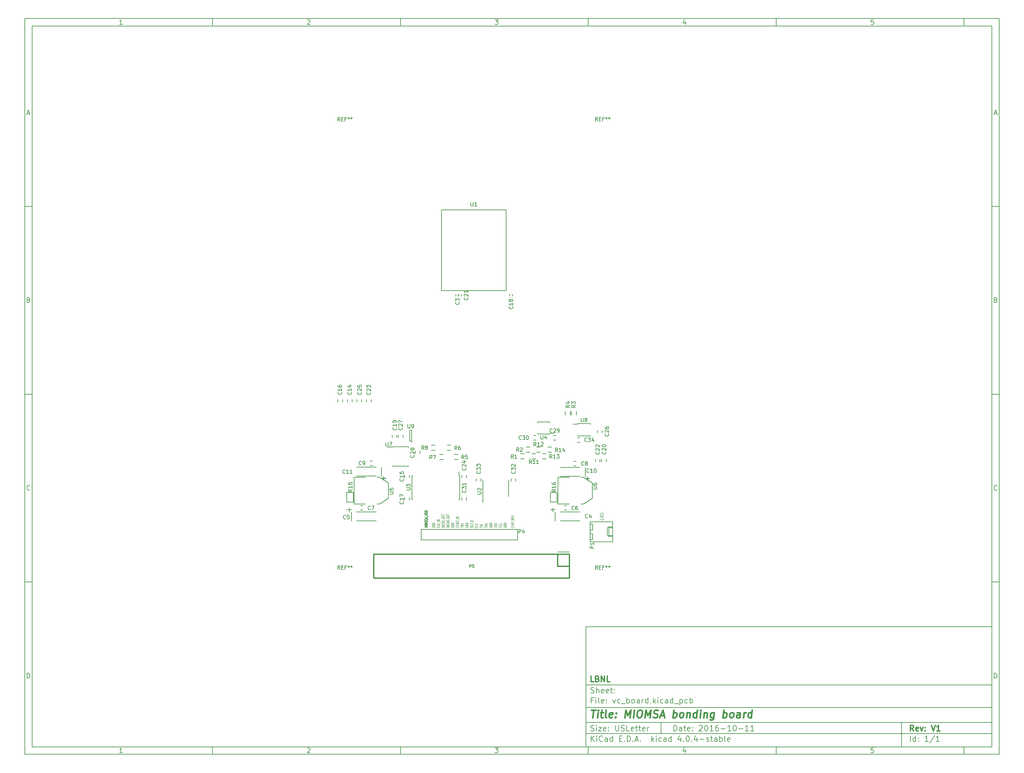
<source format=gbr>
G04 #@! TF.FileFunction,Legend,Top*
%FSLAX46Y46*%
G04 Gerber Fmt 4.6, Leading zero omitted, Abs format (unit mm)*
G04 Created by KiCad (PCBNEW 4.0.4-stable) date 2016 October 17, Monday 14:47:50*
%MOMM*%
%LPD*%
G01*
G04 APERTURE LIST*
%ADD10C,0.100000*%
%ADD11C,0.150000*%
%ADD12C,0.300000*%
%ADD13C,0.400000*%
%ADD14C,0.114300*%
%ADD15C,0.127000*%
%ADD16C,0.350000*%
G04 APERTURE END LIST*
D10*
D11*
X159400000Y-171900000D02*
X159400000Y-203900000D01*
X267400000Y-203900000D01*
X267400000Y-171900000D01*
X159400000Y-171900000D01*
D10*
D11*
X10000000Y-10000000D02*
X10000000Y-205900000D01*
X269400000Y-205900000D01*
X269400000Y-10000000D01*
X10000000Y-10000000D01*
D10*
D11*
X12000000Y-12000000D02*
X12000000Y-203900000D01*
X267400000Y-203900000D01*
X267400000Y-12000000D01*
X12000000Y-12000000D01*
D10*
D11*
X60000000Y-12000000D02*
X60000000Y-10000000D01*
D10*
D11*
X110000000Y-12000000D02*
X110000000Y-10000000D01*
D10*
D11*
X160000000Y-12000000D02*
X160000000Y-10000000D01*
D10*
D11*
X210000000Y-12000000D02*
X210000000Y-10000000D01*
D10*
D11*
X260000000Y-12000000D02*
X260000000Y-10000000D01*
D10*
D11*
X35990476Y-11588095D02*
X35247619Y-11588095D01*
X35619048Y-11588095D02*
X35619048Y-10288095D01*
X35495238Y-10473810D01*
X35371429Y-10597619D01*
X35247619Y-10659524D01*
D10*
D11*
X85247619Y-10411905D02*
X85309524Y-10350000D01*
X85433333Y-10288095D01*
X85742857Y-10288095D01*
X85866667Y-10350000D01*
X85928571Y-10411905D01*
X85990476Y-10535714D01*
X85990476Y-10659524D01*
X85928571Y-10845238D01*
X85185714Y-11588095D01*
X85990476Y-11588095D01*
D10*
D11*
X135185714Y-10288095D02*
X135990476Y-10288095D01*
X135557143Y-10783333D01*
X135742857Y-10783333D01*
X135866667Y-10845238D01*
X135928571Y-10907143D01*
X135990476Y-11030952D01*
X135990476Y-11340476D01*
X135928571Y-11464286D01*
X135866667Y-11526190D01*
X135742857Y-11588095D01*
X135371429Y-11588095D01*
X135247619Y-11526190D01*
X135185714Y-11464286D01*
D10*
D11*
X185866667Y-10721429D02*
X185866667Y-11588095D01*
X185557143Y-10226190D02*
X185247619Y-11154762D01*
X186052381Y-11154762D01*
D10*
D11*
X235928571Y-10288095D02*
X235309524Y-10288095D01*
X235247619Y-10907143D01*
X235309524Y-10845238D01*
X235433333Y-10783333D01*
X235742857Y-10783333D01*
X235866667Y-10845238D01*
X235928571Y-10907143D01*
X235990476Y-11030952D01*
X235990476Y-11340476D01*
X235928571Y-11464286D01*
X235866667Y-11526190D01*
X235742857Y-11588095D01*
X235433333Y-11588095D01*
X235309524Y-11526190D01*
X235247619Y-11464286D01*
D10*
D11*
X60000000Y-203900000D02*
X60000000Y-205900000D01*
D10*
D11*
X110000000Y-203900000D02*
X110000000Y-205900000D01*
D10*
D11*
X160000000Y-203900000D02*
X160000000Y-205900000D01*
D10*
D11*
X210000000Y-203900000D02*
X210000000Y-205900000D01*
D10*
D11*
X260000000Y-203900000D02*
X260000000Y-205900000D01*
D10*
D11*
X35990476Y-205488095D02*
X35247619Y-205488095D01*
X35619048Y-205488095D02*
X35619048Y-204188095D01*
X35495238Y-204373810D01*
X35371429Y-204497619D01*
X35247619Y-204559524D01*
D10*
D11*
X85247619Y-204311905D02*
X85309524Y-204250000D01*
X85433333Y-204188095D01*
X85742857Y-204188095D01*
X85866667Y-204250000D01*
X85928571Y-204311905D01*
X85990476Y-204435714D01*
X85990476Y-204559524D01*
X85928571Y-204745238D01*
X85185714Y-205488095D01*
X85990476Y-205488095D01*
D10*
D11*
X135185714Y-204188095D02*
X135990476Y-204188095D01*
X135557143Y-204683333D01*
X135742857Y-204683333D01*
X135866667Y-204745238D01*
X135928571Y-204807143D01*
X135990476Y-204930952D01*
X135990476Y-205240476D01*
X135928571Y-205364286D01*
X135866667Y-205426190D01*
X135742857Y-205488095D01*
X135371429Y-205488095D01*
X135247619Y-205426190D01*
X135185714Y-205364286D01*
D10*
D11*
X185866667Y-204621429D02*
X185866667Y-205488095D01*
X185557143Y-204126190D02*
X185247619Y-205054762D01*
X186052381Y-205054762D01*
D10*
D11*
X235928571Y-204188095D02*
X235309524Y-204188095D01*
X235247619Y-204807143D01*
X235309524Y-204745238D01*
X235433333Y-204683333D01*
X235742857Y-204683333D01*
X235866667Y-204745238D01*
X235928571Y-204807143D01*
X235990476Y-204930952D01*
X235990476Y-205240476D01*
X235928571Y-205364286D01*
X235866667Y-205426190D01*
X235742857Y-205488095D01*
X235433333Y-205488095D01*
X235309524Y-205426190D01*
X235247619Y-205364286D01*
D10*
D11*
X10000000Y-60000000D02*
X12000000Y-60000000D01*
D10*
D11*
X10000000Y-110000000D02*
X12000000Y-110000000D01*
D10*
D11*
X10000000Y-160000000D02*
X12000000Y-160000000D01*
D10*
D11*
X10690476Y-35216667D02*
X11309524Y-35216667D01*
X10566667Y-35588095D02*
X11000000Y-34288095D01*
X11433333Y-35588095D01*
D10*
D11*
X11092857Y-84907143D02*
X11278571Y-84969048D01*
X11340476Y-85030952D01*
X11402381Y-85154762D01*
X11402381Y-85340476D01*
X11340476Y-85464286D01*
X11278571Y-85526190D01*
X11154762Y-85588095D01*
X10659524Y-85588095D01*
X10659524Y-84288095D01*
X11092857Y-84288095D01*
X11216667Y-84350000D01*
X11278571Y-84411905D01*
X11340476Y-84535714D01*
X11340476Y-84659524D01*
X11278571Y-84783333D01*
X11216667Y-84845238D01*
X11092857Y-84907143D01*
X10659524Y-84907143D01*
D10*
D11*
X11402381Y-135464286D02*
X11340476Y-135526190D01*
X11154762Y-135588095D01*
X11030952Y-135588095D01*
X10845238Y-135526190D01*
X10721429Y-135402381D01*
X10659524Y-135278571D01*
X10597619Y-135030952D01*
X10597619Y-134845238D01*
X10659524Y-134597619D01*
X10721429Y-134473810D01*
X10845238Y-134350000D01*
X11030952Y-134288095D01*
X11154762Y-134288095D01*
X11340476Y-134350000D01*
X11402381Y-134411905D01*
D10*
D11*
X10659524Y-185588095D02*
X10659524Y-184288095D01*
X10969048Y-184288095D01*
X11154762Y-184350000D01*
X11278571Y-184473810D01*
X11340476Y-184597619D01*
X11402381Y-184845238D01*
X11402381Y-185030952D01*
X11340476Y-185278571D01*
X11278571Y-185402381D01*
X11154762Y-185526190D01*
X10969048Y-185588095D01*
X10659524Y-185588095D01*
D10*
D11*
X269400000Y-60000000D02*
X267400000Y-60000000D01*
D10*
D11*
X269400000Y-110000000D02*
X267400000Y-110000000D01*
D10*
D11*
X269400000Y-160000000D02*
X267400000Y-160000000D01*
D10*
D11*
X268090476Y-35216667D02*
X268709524Y-35216667D01*
X267966667Y-35588095D02*
X268400000Y-34288095D01*
X268833333Y-35588095D01*
D10*
D11*
X268492857Y-84907143D02*
X268678571Y-84969048D01*
X268740476Y-85030952D01*
X268802381Y-85154762D01*
X268802381Y-85340476D01*
X268740476Y-85464286D01*
X268678571Y-85526190D01*
X268554762Y-85588095D01*
X268059524Y-85588095D01*
X268059524Y-84288095D01*
X268492857Y-84288095D01*
X268616667Y-84350000D01*
X268678571Y-84411905D01*
X268740476Y-84535714D01*
X268740476Y-84659524D01*
X268678571Y-84783333D01*
X268616667Y-84845238D01*
X268492857Y-84907143D01*
X268059524Y-84907143D01*
D10*
D11*
X268802381Y-135464286D02*
X268740476Y-135526190D01*
X268554762Y-135588095D01*
X268430952Y-135588095D01*
X268245238Y-135526190D01*
X268121429Y-135402381D01*
X268059524Y-135278571D01*
X267997619Y-135030952D01*
X267997619Y-134845238D01*
X268059524Y-134597619D01*
X268121429Y-134473810D01*
X268245238Y-134350000D01*
X268430952Y-134288095D01*
X268554762Y-134288095D01*
X268740476Y-134350000D01*
X268802381Y-134411905D01*
D10*
D11*
X268059524Y-185588095D02*
X268059524Y-184288095D01*
X268369048Y-184288095D01*
X268554762Y-184350000D01*
X268678571Y-184473810D01*
X268740476Y-184597619D01*
X268802381Y-184845238D01*
X268802381Y-185030952D01*
X268740476Y-185278571D01*
X268678571Y-185402381D01*
X268554762Y-185526190D01*
X268369048Y-185588095D01*
X268059524Y-185588095D01*
D10*
D11*
X182757143Y-199678571D02*
X182757143Y-198178571D01*
X183114286Y-198178571D01*
X183328571Y-198250000D01*
X183471429Y-198392857D01*
X183542857Y-198535714D01*
X183614286Y-198821429D01*
X183614286Y-199035714D01*
X183542857Y-199321429D01*
X183471429Y-199464286D01*
X183328571Y-199607143D01*
X183114286Y-199678571D01*
X182757143Y-199678571D01*
X184900000Y-199678571D02*
X184900000Y-198892857D01*
X184828571Y-198750000D01*
X184685714Y-198678571D01*
X184400000Y-198678571D01*
X184257143Y-198750000D01*
X184900000Y-199607143D02*
X184757143Y-199678571D01*
X184400000Y-199678571D01*
X184257143Y-199607143D01*
X184185714Y-199464286D01*
X184185714Y-199321429D01*
X184257143Y-199178571D01*
X184400000Y-199107143D01*
X184757143Y-199107143D01*
X184900000Y-199035714D01*
X185400000Y-198678571D02*
X185971429Y-198678571D01*
X185614286Y-198178571D02*
X185614286Y-199464286D01*
X185685714Y-199607143D01*
X185828572Y-199678571D01*
X185971429Y-199678571D01*
X187042857Y-199607143D02*
X186900000Y-199678571D01*
X186614286Y-199678571D01*
X186471429Y-199607143D01*
X186400000Y-199464286D01*
X186400000Y-198892857D01*
X186471429Y-198750000D01*
X186614286Y-198678571D01*
X186900000Y-198678571D01*
X187042857Y-198750000D01*
X187114286Y-198892857D01*
X187114286Y-199035714D01*
X186400000Y-199178571D01*
X187757143Y-199535714D02*
X187828571Y-199607143D01*
X187757143Y-199678571D01*
X187685714Y-199607143D01*
X187757143Y-199535714D01*
X187757143Y-199678571D01*
X187757143Y-198750000D02*
X187828571Y-198821429D01*
X187757143Y-198892857D01*
X187685714Y-198821429D01*
X187757143Y-198750000D01*
X187757143Y-198892857D01*
X189542857Y-198321429D02*
X189614286Y-198250000D01*
X189757143Y-198178571D01*
X190114286Y-198178571D01*
X190257143Y-198250000D01*
X190328572Y-198321429D01*
X190400000Y-198464286D01*
X190400000Y-198607143D01*
X190328572Y-198821429D01*
X189471429Y-199678571D01*
X190400000Y-199678571D01*
X191328571Y-198178571D02*
X191471428Y-198178571D01*
X191614285Y-198250000D01*
X191685714Y-198321429D01*
X191757143Y-198464286D01*
X191828571Y-198750000D01*
X191828571Y-199107143D01*
X191757143Y-199392857D01*
X191685714Y-199535714D01*
X191614285Y-199607143D01*
X191471428Y-199678571D01*
X191328571Y-199678571D01*
X191185714Y-199607143D01*
X191114285Y-199535714D01*
X191042857Y-199392857D01*
X190971428Y-199107143D01*
X190971428Y-198750000D01*
X191042857Y-198464286D01*
X191114285Y-198321429D01*
X191185714Y-198250000D01*
X191328571Y-198178571D01*
X193257142Y-199678571D02*
X192399999Y-199678571D01*
X192828571Y-199678571D02*
X192828571Y-198178571D01*
X192685714Y-198392857D01*
X192542856Y-198535714D01*
X192399999Y-198607143D01*
X194542856Y-198178571D02*
X194257142Y-198178571D01*
X194114285Y-198250000D01*
X194042856Y-198321429D01*
X193899999Y-198535714D01*
X193828570Y-198821429D01*
X193828570Y-199392857D01*
X193899999Y-199535714D01*
X193971427Y-199607143D01*
X194114285Y-199678571D01*
X194399999Y-199678571D01*
X194542856Y-199607143D01*
X194614285Y-199535714D01*
X194685713Y-199392857D01*
X194685713Y-199035714D01*
X194614285Y-198892857D01*
X194542856Y-198821429D01*
X194399999Y-198750000D01*
X194114285Y-198750000D01*
X193971427Y-198821429D01*
X193899999Y-198892857D01*
X193828570Y-199035714D01*
X195328570Y-199107143D02*
X196471427Y-199107143D01*
X197971427Y-199678571D02*
X197114284Y-199678571D01*
X197542856Y-199678571D02*
X197542856Y-198178571D01*
X197399999Y-198392857D01*
X197257141Y-198535714D01*
X197114284Y-198607143D01*
X198899998Y-198178571D02*
X199042855Y-198178571D01*
X199185712Y-198250000D01*
X199257141Y-198321429D01*
X199328570Y-198464286D01*
X199399998Y-198750000D01*
X199399998Y-199107143D01*
X199328570Y-199392857D01*
X199257141Y-199535714D01*
X199185712Y-199607143D01*
X199042855Y-199678571D01*
X198899998Y-199678571D01*
X198757141Y-199607143D01*
X198685712Y-199535714D01*
X198614284Y-199392857D01*
X198542855Y-199107143D01*
X198542855Y-198750000D01*
X198614284Y-198464286D01*
X198685712Y-198321429D01*
X198757141Y-198250000D01*
X198899998Y-198178571D01*
X200042855Y-199107143D02*
X201185712Y-199107143D01*
X202685712Y-199678571D02*
X201828569Y-199678571D01*
X202257141Y-199678571D02*
X202257141Y-198178571D01*
X202114284Y-198392857D01*
X201971426Y-198535714D01*
X201828569Y-198607143D01*
X204114283Y-199678571D02*
X203257140Y-199678571D01*
X203685712Y-199678571D02*
X203685712Y-198178571D01*
X203542855Y-198392857D01*
X203399997Y-198535714D01*
X203257140Y-198607143D01*
D10*
D11*
X159400000Y-200400000D02*
X267400000Y-200400000D01*
D10*
D11*
X160757143Y-202478571D02*
X160757143Y-200978571D01*
X161614286Y-202478571D02*
X160971429Y-201621429D01*
X161614286Y-200978571D02*
X160757143Y-201835714D01*
X162257143Y-202478571D02*
X162257143Y-201478571D01*
X162257143Y-200978571D02*
X162185714Y-201050000D01*
X162257143Y-201121429D01*
X162328571Y-201050000D01*
X162257143Y-200978571D01*
X162257143Y-201121429D01*
X163828572Y-202335714D02*
X163757143Y-202407143D01*
X163542857Y-202478571D01*
X163400000Y-202478571D01*
X163185715Y-202407143D01*
X163042857Y-202264286D01*
X162971429Y-202121429D01*
X162900000Y-201835714D01*
X162900000Y-201621429D01*
X162971429Y-201335714D01*
X163042857Y-201192857D01*
X163185715Y-201050000D01*
X163400000Y-200978571D01*
X163542857Y-200978571D01*
X163757143Y-201050000D01*
X163828572Y-201121429D01*
X165114286Y-202478571D02*
X165114286Y-201692857D01*
X165042857Y-201550000D01*
X164900000Y-201478571D01*
X164614286Y-201478571D01*
X164471429Y-201550000D01*
X165114286Y-202407143D02*
X164971429Y-202478571D01*
X164614286Y-202478571D01*
X164471429Y-202407143D01*
X164400000Y-202264286D01*
X164400000Y-202121429D01*
X164471429Y-201978571D01*
X164614286Y-201907143D01*
X164971429Y-201907143D01*
X165114286Y-201835714D01*
X166471429Y-202478571D02*
X166471429Y-200978571D01*
X166471429Y-202407143D02*
X166328572Y-202478571D01*
X166042858Y-202478571D01*
X165900000Y-202407143D01*
X165828572Y-202335714D01*
X165757143Y-202192857D01*
X165757143Y-201764286D01*
X165828572Y-201621429D01*
X165900000Y-201550000D01*
X166042858Y-201478571D01*
X166328572Y-201478571D01*
X166471429Y-201550000D01*
X168328572Y-201692857D02*
X168828572Y-201692857D01*
X169042858Y-202478571D02*
X168328572Y-202478571D01*
X168328572Y-200978571D01*
X169042858Y-200978571D01*
X169685715Y-202335714D02*
X169757143Y-202407143D01*
X169685715Y-202478571D01*
X169614286Y-202407143D01*
X169685715Y-202335714D01*
X169685715Y-202478571D01*
X170400001Y-202478571D02*
X170400001Y-200978571D01*
X170757144Y-200978571D01*
X170971429Y-201050000D01*
X171114287Y-201192857D01*
X171185715Y-201335714D01*
X171257144Y-201621429D01*
X171257144Y-201835714D01*
X171185715Y-202121429D01*
X171114287Y-202264286D01*
X170971429Y-202407143D01*
X170757144Y-202478571D01*
X170400001Y-202478571D01*
X171900001Y-202335714D02*
X171971429Y-202407143D01*
X171900001Y-202478571D01*
X171828572Y-202407143D01*
X171900001Y-202335714D01*
X171900001Y-202478571D01*
X172542858Y-202050000D02*
X173257144Y-202050000D01*
X172400001Y-202478571D02*
X172900001Y-200978571D01*
X173400001Y-202478571D01*
X173900001Y-202335714D02*
X173971429Y-202407143D01*
X173900001Y-202478571D01*
X173828572Y-202407143D01*
X173900001Y-202335714D01*
X173900001Y-202478571D01*
X176900001Y-202478571D02*
X176900001Y-200978571D01*
X177042858Y-201907143D02*
X177471429Y-202478571D01*
X177471429Y-201478571D02*
X176900001Y-202050000D01*
X178114287Y-202478571D02*
X178114287Y-201478571D01*
X178114287Y-200978571D02*
X178042858Y-201050000D01*
X178114287Y-201121429D01*
X178185715Y-201050000D01*
X178114287Y-200978571D01*
X178114287Y-201121429D01*
X179471430Y-202407143D02*
X179328573Y-202478571D01*
X179042859Y-202478571D01*
X178900001Y-202407143D01*
X178828573Y-202335714D01*
X178757144Y-202192857D01*
X178757144Y-201764286D01*
X178828573Y-201621429D01*
X178900001Y-201550000D01*
X179042859Y-201478571D01*
X179328573Y-201478571D01*
X179471430Y-201550000D01*
X180757144Y-202478571D02*
X180757144Y-201692857D01*
X180685715Y-201550000D01*
X180542858Y-201478571D01*
X180257144Y-201478571D01*
X180114287Y-201550000D01*
X180757144Y-202407143D02*
X180614287Y-202478571D01*
X180257144Y-202478571D01*
X180114287Y-202407143D01*
X180042858Y-202264286D01*
X180042858Y-202121429D01*
X180114287Y-201978571D01*
X180257144Y-201907143D01*
X180614287Y-201907143D01*
X180757144Y-201835714D01*
X182114287Y-202478571D02*
X182114287Y-200978571D01*
X182114287Y-202407143D02*
X181971430Y-202478571D01*
X181685716Y-202478571D01*
X181542858Y-202407143D01*
X181471430Y-202335714D01*
X181400001Y-202192857D01*
X181400001Y-201764286D01*
X181471430Y-201621429D01*
X181542858Y-201550000D01*
X181685716Y-201478571D01*
X181971430Y-201478571D01*
X182114287Y-201550000D01*
X184614287Y-201478571D02*
X184614287Y-202478571D01*
X184257144Y-200907143D02*
X183900001Y-201978571D01*
X184828573Y-201978571D01*
X185400001Y-202335714D02*
X185471429Y-202407143D01*
X185400001Y-202478571D01*
X185328572Y-202407143D01*
X185400001Y-202335714D01*
X185400001Y-202478571D01*
X186400001Y-200978571D02*
X186542858Y-200978571D01*
X186685715Y-201050000D01*
X186757144Y-201121429D01*
X186828573Y-201264286D01*
X186900001Y-201550000D01*
X186900001Y-201907143D01*
X186828573Y-202192857D01*
X186757144Y-202335714D01*
X186685715Y-202407143D01*
X186542858Y-202478571D01*
X186400001Y-202478571D01*
X186257144Y-202407143D01*
X186185715Y-202335714D01*
X186114287Y-202192857D01*
X186042858Y-201907143D01*
X186042858Y-201550000D01*
X186114287Y-201264286D01*
X186185715Y-201121429D01*
X186257144Y-201050000D01*
X186400001Y-200978571D01*
X187542858Y-202335714D02*
X187614286Y-202407143D01*
X187542858Y-202478571D01*
X187471429Y-202407143D01*
X187542858Y-202335714D01*
X187542858Y-202478571D01*
X188900001Y-201478571D02*
X188900001Y-202478571D01*
X188542858Y-200907143D02*
X188185715Y-201978571D01*
X189114287Y-201978571D01*
X189685715Y-201907143D02*
X190828572Y-201907143D01*
X191471429Y-202407143D02*
X191614286Y-202478571D01*
X191900001Y-202478571D01*
X192042858Y-202407143D01*
X192114286Y-202264286D01*
X192114286Y-202192857D01*
X192042858Y-202050000D01*
X191900001Y-201978571D01*
X191685715Y-201978571D01*
X191542858Y-201907143D01*
X191471429Y-201764286D01*
X191471429Y-201692857D01*
X191542858Y-201550000D01*
X191685715Y-201478571D01*
X191900001Y-201478571D01*
X192042858Y-201550000D01*
X192542858Y-201478571D02*
X193114287Y-201478571D01*
X192757144Y-200978571D02*
X192757144Y-202264286D01*
X192828572Y-202407143D01*
X192971430Y-202478571D01*
X193114287Y-202478571D01*
X194257144Y-202478571D02*
X194257144Y-201692857D01*
X194185715Y-201550000D01*
X194042858Y-201478571D01*
X193757144Y-201478571D01*
X193614287Y-201550000D01*
X194257144Y-202407143D02*
X194114287Y-202478571D01*
X193757144Y-202478571D01*
X193614287Y-202407143D01*
X193542858Y-202264286D01*
X193542858Y-202121429D01*
X193614287Y-201978571D01*
X193757144Y-201907143D01*
X194114287Y-201907143D01*
X194257144Y-201835714D01*
X194971430Y-202478571D02*
X194971430Y-200978571D01*
X194971430Y-201550000D02*
X195114287Y-201478571D01*
X195400001Y-201478571D01*
X195542858Y-201550000D01*
X195614287Y-201621429D01*
X195685716Y-201764286D01*
X195685716Y-202192857D01*
X195614287Y-202335714D01*
X195542858Y-202407143D01*
X195400001Y-202478571D01*
X195114287Y-202478571D01*
X194971430Y-202407143D01*
X196542859Y-202478571D02*
X196400001Y-202407143D01*
X196328573Y-202264286D01*
X196328573Y-200978571D01*
X197685715Y-202407143D02*
X197542858Y-202478571D01*
X197257144Y-202478571D01*
X197114287Y-202407143D01*
X197042858Y-202264286D01*
X197042858Y-201692857D01*
X197114287Y-201550000D01*
X197257144Y-201478571D01*
X197542858Y-201478571D01*
X197685715Y-201550000D01*
X197757144Y-201692857D01*
X197757144Y-201835714D01*
X197042858Y-201978571D01*
D10*
D11*
X159400000Y-197400000D02*
X267400000Y-197400000D01*
D10*
D12*
X246614286Y-199678571D02*
X246114286Y-198964286D01*
X245757143Y-199678571D02*
X245757143Y-198178571D01*
X246328571Y-198178571D01*
X246471429Y-198250000D01*
X246542857Y-198321429D01*
X246614286Y-198464286D01*
X246614286Y-198678571D01*
X246542857Y-198821429D01*
X246471429Y-198892857D01*
X246328571Y-198964286D01*
X245757143Y-198964286D01*
X247828571Y-199607143D02*
X247685714Y-199678571D01*
X247400000Y-199678571D01*
X247257143Y-199607143D01*
X247185714Y-199464286D01*
X247185714Y-198892857D01*
X247257143Y-198750000D01*
X247400000Y-198678571D01*
X247685714Y-198678571D01*
X247828571Y-198750000D01*
X247900000Y-198892857D01*
X247900000Y-199035714D01*
X247185714Y-199178571D01*
X248400000Y-198678571D02*
X248757143Y-199678571D01*
X249114285Y-198678571D01*
X249685714Y-199535714D02*
X249757142Y-199607143D01*
X249685714Y-199678571D01*
X249614285Y-199607143D01*
X249685714Y-199535714D01*
X249685714Y-199678571D01*
X249685714Y-198750000D02*
X249757142Y-198821429D01*
X249685714Y-198892857D01*
X249614285Y-198821429D01*
X249685714Y-198750000D01*
X249685714Y-198892857D01*
X251328571Y-198178571D02*
X251828571Y-199678571D01*
X252328571Y-198178571D01*
X253614285Y-199678571D02*
X252757142Y-199678571D01*
X253185714Y-199678571D02*
X253185714Y-198178571D01*
X253042857Y-198392857D01*
X252899999Y-198535714D01*
X252757142Y-198607143D01*
D10*
D11*
X160685714Y-199607143D02*
X160900000Y-199678571D01*
X161257143Y-199678571D01*
X161400000Y-199607143D01*
X161471429Y-199535714D01*
X161542857Y-199392857D01*
X161542857Y-199250000D01*
X161471429Y-199107143D01*
X161400000Y-199035714D01*
X161257143Y-198964286D01*
X160971429Y-198892857D01*
X160828571Y-198821429D01*
X160757143Y-198750000D01*
X160685714Y-198607143D01*
X160685714Y-198464286D01*
X160757143Y-198321429D01*
X160828571Y-198250000D01*
X160971429Y-198178571D01*
X161328571Y-198178571D01*
X161542857Y-198250000D01*
X162185714Y-199678571D02*
X162185714Y-198678571D01*
X162185714Y-198178571D02*
X162114285Y-198250000D01*
X162185714Y-198321429D01*
X162257142Y-198250000D01*
X162185714Y-198178571D01*
X162185714Y-198321429D01*
X162757143Y-198678571D02*
X163542857Y-198678571D01*
X162757143Y-199678571D01*
X163542857Y-199678571D01*
X164685714Y-199607143D02*
X164542857Y-199678571D01*
X164257143Y-199678571D01*
X164114286Y-199607143D01*
X164042857Y-199464286D01*
X164042857Y-198892857D01*
X164114286Y-198750000D01*
X164257143Y-198678571D01*
X164542857Y-198678571D01*
X164685714Y-198750000D01*
X164757143Y-198892857D01*
X164757143Y-199035714D01*
X164042857Y-199178571D01*
X165400000Y-199535714D02*
X165471428Y-199607143D01*
X165400000Y-199678571D01*
X165328571Y-199607143D01*
X165400000Y-199535714D01*
X165400000Y-199678571D01*
X165400000Y-198750000D02*
X165471428Y-198821429D01*
X165400000Y-198892857D01*
X165328571Y-198821429D01*
X165400000Y-198750000D01*
X165400000Y-198892857D01*
X167257143Y-198178571D02*
X167257143Y-199392857D01*
X167328571Y-199535714D01*
X167400000Y-199607143D01*
X167542857Y-199678571D01*
X167828571Y-199678571D01*
X167971429Y-199607143D01*
X168042857Y-199535714D01*
X168114286Y-199392857D01*
X168114286Y-198178571D01*
X168757143Y-199607143D02*
X168971429Y-199678571D01*
X169328572Y-199678571D01*
X169471429Y-199607143D01*
X169542858Y-199535714D01*
X169614286Y-199392857D01*
X169614286Y-199250000D01*
X169542858Y-199107143D01*
X169471429Y-199035714D01*
X169328572Y-198964286D01*
X169042858Y-198892857D01*
X168900000Y-198821429D01*
X168828572Y-198750000D01*
X168757143Y-198607143D01*
X168757143Y-198464286D01*
X168828572Y-198321429D01*
X168900000Y-198250000D01*
X169042858Y-198178571D01*
X169400000Y-198178571D01*
X169614286Y-198250000D01*
X170971429Y-199678571D02*
X170257143Y-199678571D01*
X170257143Y-198178571D01*
X172042857Y-199607143D02*
X171900000Y-199678571D01*
X171614286Y-199678571D01*
X171471429Y-199607143D01*
X171400000Y-199464286D01*
X171400000Y-198892857D01*
X171471429Y-198750000D01*
X171614286Y-198678571D01*
X171900000Y-198678571D01*
X172042857Y-198750000D01*
X172114286Y-198892857D01*
X172114286Y-199035714D01*
X171400000Y-199178571D01*
X172542857Y-198678571D02*
X173114286Y-198678571D01*
X172757143Y-198178571D02*
X172757143Y-199464286D01*
X172828571Y-199607143D01*
X172971429Y-199678571D01*
X173114286Y-199678571D01*
X173400000Y-198678571D02*
X173971429Y-198678571D01*
X173614286Y-198178571D02*
X173614286Y-199464286D01*
X173685714Y-199607143D01*
X173828572Y-199678571D01*
X173971429Y-199678571D01*
X175042857Y-199607143D02*
X174900000Y-199678571D01*
X174614286Y-199678571D01*
X174471429Y-199607143D01*
X174400000Y-199464286D01*
X174400000Y-198892857D01*
X174471429Y-198750000D01*
X174614286Y-198678571D01*
X174900000Y-198678571D01*
X175042857Y-198750000D01*
X175114286Y-198892857D01*
X175114286Y-199035714D01*
X174400000Y-199178571D01*
X175757143Y-199678571D02*
X175757143Y-198678571D01*
X175757143Y-198964286D02*
X175828571Y-198821429D01*
X175900000Y-198750000D01*
X176042857Y-198678571D01*
X176185714Y-198678571D01*
D10*
D11*
X245757143Y-202478571D02*
X245757143Y-200978571D01*
X247114286Y-202478571D02*
X247114286Y-200978571D01*
X247114286Y-202407143D02*
X246971429Y-202478571D01*
X246685715Y-202478571D01*
X246542857Y-202407143D01*
X246471429Y-202335714D01*
X246400000Y-202192857D01*
X246400000Y-201764286D01*
X246471429Y-201621429D01*
X246542857Y-201550000D01*
X246685715Y-201478571D01*
X246971429Y-201478571D01*
X247114286Y-201550000D01*
X247828572Y-202335714D02*
X247900000Y-202407143D01*
X247828572Y-202478571D01*
X247757143Y-202407143D01*
X247828572Y-202335714D01*
X247828572Y-202478571D01*
X247828572Y-201550000D02*
X247900000Y-201621429D01*
X247828572Y-201692857D01*
X247757143Y-201621429D01*
X247828572Y-201550000D01*
X247828572Y-201692857D01*
X250471429Y-202478571D02*
X249614286Y-202478571D01*
X250042858Y-202478571D02*
X250042858Y-200978571D01*
X249900001Y-201192857D01*
X249757143Y-201335714D01*
X249614286Y-201407143D01*
X252185714Y-200907143D02*
X250900000Y-202835714D01*
X253471429Y-202478571D02*
X252614286Y-202478571D01*
X253042858Y-202478571D02*
X253042858Y-200978571D01*
X252900001Y-201192857D01*
X252757143Y-201335714D01*
X252614286Y-201407143D01*
D10*
D11*
X159400000Y-193400000D02*
X267400000Y-193400000D01*
D10*
D13*
X160852381Y-194104762D02*
X161995238Y-194104762D01*
X161173810Y-196104762D02*
X161423810Y-194104762D01*
X162411905Y-196104762D02*
X162578571Y-194771429D01*
X162661905Y-194104762D02*
X162554762Y-194200000D01*
X162638095Y-194295238D01*
X162745239Y-194200000D01*
X162661905Y-194104762D01*
X162638095Y-194295238D01*
X163245238Y-194771429D02*
X164007143Y-194771429D01*
X163614286Y-194104762D02*
X163400000Y-195819048D01*
X163471430Y-196009524D01*
X163650001Y-196104762D01*
X163840477Y-196104762D01*
X164792858Y-196104762D02*
X164614287Y-196009524D01*
X164542857Y-195819048D01*
X164757143Y-194104762D01*
X166328572Y-196009524D02*
X166126191Y-196104762D01*
X165745239Y-196104762D01*
X165566667Y-196009524D01*
X165495238Y-195819048D01*
X165590476Y-195057143D01*
X165709524Y-194866667D01*
X165911905Y-194771429D01*
X166292857Y-194771429D01*
X166471429Y-194866667D01*
X166542857Y-195057143D01*
X166519048Y-195247619D01*
X165542857Y-195438095D01*
X167292857Y-195914286D02*
X167376192Y-196009524D01*
X167269048Y-196104762D01*
X167185715Y-196009524D01*
X167292857Y-195914286D01*
X167269048Y-196104762D01*
X167423810Y-194866667D02*
X167507144Y-194961905D01*
X167400000Y-195057143D01*
X167316667Y-194961905D01*
X167423810Y-194866667D01*
X167400000Y-195057143D01*
X169745239Y-196104762D02*
X169995239Y-194104762D01*
X170483334Y-195533333D01*
X171328573Y-194104762D01*
X171078573Y-196104762D01*
X172030953Y-196104762D02*
X172280953Y-194104762D01*
X173614287Y-194104762D02*
X173995239Y-194104762D01*
X174173810Y-194200000D01*
X174340478Y-194390476D01*
X174388096Y-194771429D01*
X174304763Y-195438095D01*
X174161906Y-195819048D01*
X173947620Y-196009524D01*
X173745239Y-196104762D01*
X173364287Y-196104762D01*
X173185716Y-196009524D01*
X173019048Y-195819048D01*
X172971429Y-195438095D01*
X173054762Y-194771429D01*
X173197620Y-194390476D01*
X173411906Y-194200000D01*
X173614287Y-194104762D01*
X175078572Y-196104762D02*
X175328572Y-194104762D01*
X175816667Y-195533333D01*
X176661906Y-194104762D01*
X176411906Y-196104762D01*
X177280953Y-196009524D02*
X177554763Y-196104762D01*
X178030953Y-196104762D01*
X178233334Y-196009524D01*
X178340476Y-195914286D01*
X178459525Y-195723810D01*
X178483334Y-195533333D01*
X178411905Y-195342857D01*
X178328572Y-195247619D01*
X178150000Y-195152381D01*
X177780953Y-195057143D01*
X177602382Y-194961905D01*
X177519048Y-194866667D01*
X177447619Y-194676190D01*
X177471429Y-194485714D01*
X177590476Y-194295238D01*
X177697620Y-194200000D01*
X177900001Y-194104762D01*
X178376191Y-194104762D01*
X178650001Y-194200000D01*
X179245238Y-195533333D02*
X180197619Y-195533333D01*
X178983334Y-196104762D02*
X179900001Y-194104762D01*
X180316668Y-196104762D01*
X182507144Y-196104762D02*
X182757144Y-194104762D01*
X182661906Y-194866667D02*
X182864287Y-194771429D01*
X183245239Y-194771429D01*
X183423811Y-194866667D01*
X183507144Y-194961905D01*
X183578572Y-195152381D01*
X183507144Y-195723810D01*
X183388096Y-195914286D01*
X183280954Y-196009524D01*
X183078573Y-196104762D01*
X182697621Y-196104762D01*
X182519049Y-196009524D01*
X184602383Y-196104762D02*
X184423812Y-196009524D01*
X184340477Y-195914286D01*
X184269049Y-195723810D01*
X184340477Y-195152381D01*
X184459525Y-194961905D01*
X184566669Y-194866667D01*
X184769049Y-194771429D01*
X185054763Y-194771429D01*
X185233335Y-194866667D01*
X185316668Y-194961905D01*
X185388096Y-195152381D01*
X185316668Y-195723810D01*
X185197620Y-195914286D01*
X185090478Y-196009524D01*
X184888097Y-196104762D01*
X184602383Y-196104762D01*
X186292858Y-194771429D02*
X186126192Y-196104762D01*
X186269049Y-194961905D02*
X186376193Y-194866667D01*
X186578573Y-194771429D01*
X186864287Y-194771429D01*
X187042859Y-194866667D01*
X187114287Y-195057143D01*
X186983335Y-196104762D01*
X188792859Y-196104762D02*
X189042859Y-194104762D01*
X188804764Y-196009524D02*
X188602383Y-196104762D01*
X188221431Y-196104762D01*
X188042860Y-196009524D01*
X187959525Y-195914286D01*
X187888097Y-195723810D01*
X187959525Y-195152381D01*
X188078573Y-194961905D01*
X188185717Y-194866667D01*
X188388097Y-194771429D01*
X188769049Y-194771429D01*
X188947621Y-194866667D01*
X189745240Y-196104762D02*
X189911906Y-194771429D01*
X189995240Y-194104762D02*
X189888097Y-194200000D01*
X189971430Y-194295238D01*
X190078574Y-194200000D01*
X189995240Y-194104762D01*
X189971430Y-194295238D01*
X190864287Y-194771429D02*
X190697621Y-196104762D01*
X190840478Y-194961905D02*
X190947622Y-194866667D01*
X191150002Y-194771429D01*
X191435716Y-194771429D01*
X191614288Y-194866667D01*
X191685716Y-195057143D01*
X191554764Y-196104762D01*
X193530954Y-194771429D02*
X193328573Y-196390476D01*
X193209526Y-196580952D01*
X193102383Y-196676190D01*
X192900002Y-196771429D01*
X192614288Y-196771429D01*
X192435716Y-196676190D01*
X193376193Y-196009524D02*
X193173812Y-196104762D01*
X192792860Y-196104762D01*
X192614289Y-196009524D01*
X192530954Y-195914286D01*
X192459526Y-195723810D01*
X192530954Y-195152381D01*
X192650002Y-194961905D01*
X192757146Y-194866667D01*
X192959526Y-194771429D01*
X193340478Y-194771429D01*
X193519050Y-194866667D01*
X195840479Y-196104762D02*
X196090479Y-194104762D01*
X195995241Y-194866667D02*
X196197622Y-194771429D01*
X196578574Y-194771429D01*
X196757146Y-194866667D01*
X196840479Y-194961905D01*
X196911907Y-195152381D01*
X196840479Y-195723810D01*
X196721431Y-195914286D01*
X196614289Y-196009524D01*
X196411908Y-196104762D01*
X196030956Y-196104762D01*
X195852384Y-196009524D01*
X197935718Y-196104762D02*
X197757147Y-196009524D01*
X197673812Y-195914286D01*
X197602384Y-195723810D01*
X197673812Y-195152381D01*
X197792860Y-194961905D01*
X197900004Y-194866667D01*
X198102384Y-194771429D01*
X198388098Y-194771429D01*
X198566670Y-194866667D01*
X198650003Y-194961905D01*
X198721431Y-195152381D01*
X198650003Y-195723810D01*
X198530955Y-195914286D01*
X198423813Y-196009524D01*
X198221432Y-196104762D01*
X197935718Y-196104762D01*
X200316670Y-196104762D02*
X200447622Y-195057143D01*
X200376194Y-194866667D01*
X200197622Y-194771429D01*
X199816670Y-194771429D01*
X199614289Y-194866667D01*
X200328575Y-196009524D02*
X200126194Y-196104762D01*
X199650004Y-196104762D01*
X199471432Y-196009524D01*
X199400003Y-195819048D01*
X199423813Y-195628571D01*
X199542860Y-195438095D01*
X199745242Y-195342857D01*
X200221432Y-195342857D01*
X200423813Y-195247619D01*
X201269051Y-196104762D02*
X201435717Y-194771429D01*
X201388098Y-195152381D02*
X201507147Y-194961905D01*
X201614290Y-194866667D01*
X201816670Y-194771429D01*
X202007146Y-194771429D01*
X203364289Y-196104762D02*
X203614289Y-194104762D01*
X203376194Y-196009524D02*
X203173813Y-196104762D01*
X202792861Y-196104762D01*
X202614290Y-196009524D01*
X202530955Y-195914286D01*
X202459527Y-195723810D01*
X202530955Y-195152381D01*
X202650003Y-194961905D01*
X202757147Y-194866667D01*
X202959527Y-194771429D01*
X203340479Y-194771429D01*
X203519051Y-194866667D01*
D10*
D11*
X161257143Y-191492857D02*
X160757143Y-191492857D01*
X160757143Y-192278571D02*
X160757143Y-190778571D01*
X161471429Y-190778571D01*
X162042857Y-192278571D02*
X162042857Y-191278571D01*
X162042857Y-190778571D02*
X161971428Y-190850000D01*
X162042857Y-190921429D01*
X162114285Y-190850000D01*
X162042857Y-190778571D01*
X162042857Y-190921429D01*
X162971429Y-192278571D02*
X162828571Y-192207143D01*
X162757143Y-192064286D01*
X162757143Y-190778571D01*
X164114285Y-192207143D02*
X163971428Y-192278571D01*
X163685714Y-192278571D01*
X163542857Y-192207143D01*
X163471428Y-192064286D01*
X163471428Y-191492857D01*
X163542857Y-191350000D01*
X163685714Y-191278571D01*
X163971428Y-191278571D01*
X164114285Y-191350000D01*
X164185714Y-191492857D01*
X164185714Y-191635714D01*
X163471428Y-191778571D01*
X164828571Y-192135714D02*
X164899999Y-192207143D01*
X164828571Y-192278571D01*
X164757142Y-192207143D01*
X164828571Y-192135714D01*
X164828571Y-192278571D01*
X164828571Y-191350000D02*
X164899999Y-191421429D01*
X164828571Y-191492857D01*
X164757142Y-191421429D01*
X164828571Y-191350000D01*
X164828571Y-191492857D01*
X166542857Y-191278571D02*
X166900000Y-192278571D01*
X167257142Y-191278571D01*
X168471428Y-192207143D02*
X168328571Y-192278571D01*
X168042857Y-192278571D01*
X167899999Y-192207143D01*
X167828571Y-192135714D01*
X167757142Y-191992857D01*
X167757142Y-191564286D01*
X167828571Y-191421429D01*
X167899999Y-191350000D01*
X168042857Y-191278571D01*
X168328571Y-191278571D01*
X168471428Y-191350000D01*
X168757142Y-192421429D02*
X169899999Y-192421429D01*
X170257142Y-192278571D02*
X170257142Y-190778571D01*
X170257142Y-191350000D02*
X170399999Y-191278571D01*
X170685713Y-191278571D01*
X170828570Y-191350000D01*
X170899999Y-191421429D01*
X170971428Y-191564286D01*
X170971428Y-191992857D01*
X170899999Y-192135714D01*
X170828570Y-192207143D01*
X170685713Y-192278571D01*
X170399999Y-192278571D01*
X170257142Y-192207143D01*
X171828571Y-192278571D02*
X171685713Y-192207143D01*
X171614285Y-192135714D01*
X171542856Y-191992857D01*
X171542856Y-191564286D01*
X171614285Y-191421429D01*
X171685713Y-191350000D01*
X171828571Y-191278571D01*
X172042856Y-191278571D01*
X172185713Y-191350000D01*
X172257142Y-191421429D01*
X172328571Y-191564286D01*
X172328571Y-191992857D01*
X172257142Y-192135714D01*
X172185713Y-192207143D01*
X172042856Y-192278571D01*
X171828571Y-192278571D01*
X173614285Y-192278571D02*
X173614285Y-191492857D01*
X173542856Y-191350000D01*
X173399999Y-191278571D01*
X173114285Y-191278571D01*
X172971428Y-191350000D01*
X173614285Y-192207143D02*
X173471428Y-192278571D01*
X173114285Y-192278571D01*
X172971428Y-192207143D01*
X172899999Y-192064286D01*
X172899999Y-191921429D01*
X172971428Y-191778571D01*
X173114285Y-191707143D01*
X173471428Y-191707143D01*
X173614285Y-191635714D01*
X174328571Y-192278571D02*
X174328571Y-191278571D01*
X174328571Y-191564286D02*
X174399999Y-191421429D01*
X174471428Y-191350000D01*
X174614285Y-191278571D01*
X174757142Y-191278571D01*
X175899999Y-192278571D02*
X175899999Y-190778571D01*
X175899999Y-192207143D02*
X175757142Y-192278571D01*
X175471428Y-192278571D01*
X175328570Y-192207143D01*
X175257142Y-192135714D01*
X175185713Y-191992857D01*
X175185713Y-191564286D01*
X175257142Y-191421429D01*
X175328570Y-191350000D01*
X175471428Y-191278571D01*
X175757142Y-191278571D01*
X175899999Y-191350000D01*
X176614285Y-192135714D02*
X176685713Y-192207143D01*
X176614285Y-192278571D01*
X176542856Y-192207143D01*
X176614285Y-192135714D01*
X176614285Y-192278571D01*
X177328571Y-192278571D02*
X177328571Y-190778571D01*
X177471428Y-191707143D02*
X177899999Y-192278571D01*
X177899999Y-191278571D02*
X177328571Y-191850000D01*
X178542857Y-192278571D02*
X178542857Y-191278571D01*
X178542857Y-190778571D02*
X178471428Y-190850000D01*
X178542857Y-190921429D01*
X178614285Y-190850000D01*
X178542857Y-190778571D01*
X178542857Y-190921429D01*
X179900000Y-192207143D02*
X179757143Y-192278571D01*
X179471429Y-192278571D01*
X179328571Y-192207143D01*
X179257143Y-192135714D01*
X179185714Y-191992857D01*
X179185714Y-191564286D01*
X179257143Y-191421429D01*
X179328571Y-191350000D01*
X179471429Y-191278571D01*
X179757143Y-191278571D01*
X179900000Y-191350000D01*
X181185714Y-192278571D02*
X181185714Y-191492857D01*
X181114285Y-191350000D01*
X180971428Y-191278571D01*
X180685714Y-191278571D01*
X180542857Y-191350000D01*
X181185714Y-192207143D02*
X181042857Y-192278571D01*
X180685714Y-192278571D01*
X180542857Y-192207143D01*
X180471428Y-192064286D01*
X180471428Y-191921429D01*
X180542857Y-191778571D01*
X180685714Y-191707143D01*
X181042857Y-191707143D01*
X181185714Y-191635714D01*
X182542857Y-192278571D02*
X182542857Y-190778571D01*
X182542857Y-192207143D02*
X182400000Y-192278571D01*
X182114286Y-192278571D01*
X181971428Y-192207143D01*
X181900000Y-192135714D01*
X181828571Y-191992857D01*
X181828571Y-191564286D01*
X181900000Y-191421429D01*
X181971428Y-191350000D01*
X182114286Y-191278571D01*
X182400000Y-191278571D01*
X182542857Y-191350000D01*
X182900000Y-192421429D02*
X184042857Y-192421429D01*
X184400000Y-191278571D02*
X184400000Y-192778571D01*
X184400000Y-191350000D02*
X184542857Y-191278571D01*
X184828571Y-191278571D01*
X184971428Y-191350000D01*
X185042857Y-191421429D01*
X185114286Y-191564286D01*
X185114286Y-191992857D01*
X185042857Y-192135714D01*
X184971428Y-192207143D01*
X184828571Y-192278571D01*
X184542857Y-192278571D01*
X184400000Y-192207143D01*
X186400000Y-192207143D02*
X186257143Y-192278571D01*
X185971429Y-192278571D01*
X185828571Y-192207143D01*
X185757143Y-192135714D01*
X185685714Y-191992857D01*
X185685714Y-191564286D01*
X185757143Y-191421429D01*
X185828571Y-191350000D01*
X185971429Y-191278571D01*
X186257143Y-191278571D01*
X186400000Y-191350000D01*
X187042857Y-192278571D02*
X187042857Y-190778571D01*
X187042857Y-191350000D02*
X187185714Y-191278571D01*
X187471428Y-191278571D01*
X187614285Y-191350000D01*
X187685714Y-191421429D01*
X187757143Y-191564286D01*
X187757143Y-191992857D01*
X187685714Y-192135714D01*
X187614285Y-192207143D01*
X187471428Y-192278571D01*
X187185714Y-192278571D01*
X187042857Y-192207143D01*
D10*
D11*
X159400000Y-187400000D02*
X267400000Y-187400000D01*
D10*
D11*
X160685714Y-189507143D02*
X160900000Y-189578571D01*
X161257143Y-189578571D01*
X161400000Y-189507143D01*
X161471429Y-189435714D01*
X161542857Y-189292857D01*
X161542857Y-189150000D01*
X161471429Y-189007143D01*
X161400000Y-188935714D01*
X161257143Y-188864286D01*
X160971429Y-188792857D01*
X160828571Y-188721429D01*
X160757143Y-188650000D01*
X160685714Y-188507143D01*
X160685714Y-188364286D01*
X160757143Y-188221429D01*
X160828571Y-188150000D01*
X160971429Y-188078571D01*
X161328571Y-188078571D01*
X161542857Y-188150000D01*
X162185714Y-189578571D02*
X162185714Y-188078571D01*
X162828571Y-189578571D02*
X162828571Y-188792857D01*
X162757142Y-188650000D01*
X162614285Y-188578571D01*
X162400000Y-188578571D01*
X162257142Y-188650000D01*
X162185714Y-188721429D01*
X164114285Y-189507143D02*
X163971428Y-189578571D01*
X163685714Y-189578571D01*
X163542857Y-189507143D01*
X163471428Y-189364286D01*
X163471428Y-188792857D01*
X163542857Y-188650000D01*
X163685714Y-188578571D01*
X163971428Y-188578571D01*
X164114285Y-188650000D01*
X164185714Y-188792857D01*
X164185714Y-188935714D01*
X163471428Y-189078571D01*
X165399999Y-189507143D02*
X165257142Y-189578571D01*
X164971428Y-189578571D01*
X164828571Y-189507143D01*
X164757142Y-189364286D01*
X164757142Y-188792857D01*
X164828571Y-188650000D01*
X164971428Y-188578571D01*
X165257142Y-188578571D01*
X165399999Y-188650000D01*
X165471428Y-188792857D01*
X165471428Y-188935714D01*
X164757142Y-189078571D01*
X165899999Y-188578571D02*
X166471428Y-188578571D01*
X166114285Y-188078571D02*
X166114285Y-189364286D01*
X166185713Y-189507143D01*
X166328571Y-189578571D01*
X166471428Y-189578571D01*
X166971428Y-189435714D02*
X167042856Y-189507143D01*
X166971428Y-189578571D01*
X166899999Y-189507143D01*
X166971428Y-189435714D01*
X166971428Y-189578571D01*
X166971428Y-188650000D02*
X167042856Y-188721429D01*
X166971428Y-188792857D01*
X166899999Y-188721429D01*
X166971428Y-188650000D01*
X166971428Y-188792857D01*
D10*
D12*
X161471429Y-186578571D02*
X160757143Y-186578571D01*
X160757143Y-185078571D01*
X162471429Y-185792857D02*
X162685715Y-185864286D01*
X162757143Y-185935714D01*
X162828572Y-186078571D01*
X162828572Y-186292857D01*
X162757143Y-186435714D01*
X162685715Y-186507143D01*
X162542857Y-186578571D01*
X161971429Y-186578571D01*
X161971429Y-185078571D01*
X162471429Y-185078571D01*
X162614286Y-185150000D01*
X162685715Y-185221429D01*
X162757143Y-185364286D01*
X162757143Y-185507143D01*
X162685715Y-185650000D01*
X162614286Y-185721429D01*
X162471429Y-185792857D01*
X161971429Y-185792857D01*
X163471429Y-186578571D02*
X163471429Y-185078571D01*
X164328572Y-186578571D01*
X164328572Y-185078571D01*
X165757144Y-186578571D02*
X165042858Y-186578571D01*
X165042858Y-185078571D01*
D10*
D11*
X179400000Y-197400000D02*
X179400000Y-200400000D01*
D10*
D11*
X243400000Y-197400000D02*
X243400000Y-203900000D01*
D14*
X163164520Y-143095133D02*
X163118558Y-143162867D01*
X163118558Y-143264467D01*
X163164520Y-143366067D01*
X163256444Y-143433800D01*
X163348368Y-143467667D01*
X163532215Y-143501533D01*
X163670101Y-143501533D01*
X163853949Y-143467667D01*
X163945872Y-143433800D01*
X164037796Y-143366067D01*
X164083758Y-143264467D01*
X164083758Y-143196733D01*
X164037796Y-143095133D01*
X163991834Y-143061267D01*
X163670101Y-143061267D01*
X163670101Y-143196733D01*
X164083758Y-142756467D02*
X163118558Y-142756467D01*
X164083758Y-142350067D01*
X163118558Y-142350067D01*
X164083758Y-142011400D02*
X163118558Y-142011400D01*
X163118558Y-141842066D01*
X163164520Y-141740466D01*
X163256444Y-141672733D01*
X163348368Y-141638866D01*
X163532215Y-141605000D01*
X163670101Y-141605000D01*
X163853949Y-141638866D01*
X163945872Y-141672733D01*
X164037796Y-141740466D01*
X164083758Y-141842066D01*
X164083758Y-142011400D01*
X118485920Y-145229217D02*
X118452053Y-145272760D01*
X118452053Y-145338074D01*
X118485920Y-145403389D01*
X118553653Y-145446931D01*
X118621387Y-145468703D01*
X118756853Y-145490474D01*
X118858453Y-145490474D01*
X118993920Y-145468703D01*
X119061653Y-145446931D01*
X119129387Y-145403389D01*
X119163253Y-145338074D01*
X119163253Y-145294531D01*
X119129387Y-145229217D01*
X119095520Y-145207446D01*
X118858453Y-145207446D01*
X118858453Y-145294531D01*
X119163253Y-145011503D02*
X118452053Y-145011503D01*
X119163253Y-144750246D01*
X118452053Y-144750246D01*
X119163253Y-144532532D02*
X118452053Y-144532532D01*
X118452053Y-144423675D01*
X118485920Y-144358360D01*
X118553653Y-144314818D01*
X118621387Y-144293046D01*
X118756853Y-144271275D01*
X118858453Y-144271275D01*
X118993920Y-144293046D01*
X119061653Y-144314818D01*
X119129387Y-144358360D01*
X119163253Y-144423675D01*
X119163253Y-144532532D01*
X120365520Y-145207446D02*
X120399387Y-145229217D01*
X120433253Y-145294531D01*
X120433253Y-145338074D01*
X120399387Y-145403389D01*
X120331653Y-145446931D01*
X120263920Y-145468703D01*
X120128453Y-145490474D01*
X120026853Y-145490474D01*
X119891387Y-145468703D01*
X119823653Y-145446931D01*
X119755920Y-145403389D01*
X119722053Y-145338074D01*
X119722053Y-145294531D01*
X119755920Y-145229217D01*
X119789787Y-145207446D01*
X120433253Y-144793789D02*
X120433253Y-145011503D01*
X119722053Y-145011503D01*
X120433253Y-144641389D02*
X119722053Y-144641389D01*
X120433253Y-144380132D02*
X120026853Y-144576075D01*
X119722053Y-144380132D02*
X120128453Y-144641389D01*
X120500987Y-144293046D02*
X120500987Y-143944703D01*
X120433253Y-143835846D02*
X119722053Y-143835846D01*
X120433253Y-143618132D02*
X119722053Y-143618132D01*
X120433253Y-143356875D01*
X119722053Y-143356875D01*
X121703253Y-145468703D02*
X120992053Y-145468703D01*
X120992053Y-145359846D01*
X121025920Y-145294531D01*
X121093653Y-145250989D01*
X121161387Y-145229217D01*
X121296853Y-145207446D01*
X121398453Y-145207446D01*
X121533920Y-145229217D01*
X121601653Y-145250989D01*
X121669387Y-145294531D01*
X121703253Y-145359846D01*
X121703253Y-145468703D01*
X121500053Y-145033274D02*
X121500053Y-144815560D01*
X121703253Y-145076817D02*
X120992053Y-144924417D01*
X121703253Y-144772017D01*
X120992053Y-144684931D02*
X120992053Y-144423674D01*
X121703253Y-144554303D02*
X120992053Y-144554303D01*
X121500053Y-144293045D02*
X121500053Y-144075331D01*
X121703253Y-144336588D02*
X120992053Y-144184188D01*
X121703253Y-144031788D01*
X121703253Y-143639902D02*
X121703253Y-143901159D01*
X121703253Y-143770531D02*
X120992053Y-143770531D01*
X121093653Y-143814074D01*
X121161387Y-143857616D01*
X121195253Y-143901159D01*
X121770987Y-143552816D02*
X121770987Y-143204473D01*
X120992053Y-143008530D02*
X120992053Y-142921444D01*
X121025920Y-142877902D01*
X121093653Y-142834359D01*
X121229120Y-142812587D01*
X121466187Y-142812587D01*
X121601653Y-142834359D01*
X121669387Y-142877902D01*
X121703253Y-142921444D01*
X121703253Y-143008530D01*
X121669387Y-143052073D01*
X121601653Y-143095616D01*
X121466187Y-143117387D01*
X121229120Y-143117387D01*
X121093653Y-143095616D01*
X121025920Y-143052073D01*
X120992053Y-143008530D01*
X120992053Y-142616645D02*
X121567787Y-142616645D01*
X121635520Y-142594873D01*
X121669387Y-142573102D01*
X121703253Y-142529559D01*
X121703253Y-142442473D01*
X121669387Y-142398931D01*
X121635520Y-142377159D01*
X121567787Y-142355388D01*
X120992053Y-142355388D01*
X120992053Y-142202988D02*
X120992053Y-141941731D01*
X121703253Y-142072360D02*
X120992053Y-142072360D01*
X122973253Y-145468703D02*
X122262053Y-145468703D01*
X122262053Y-145359846D01*
X122295920Y-145294531D01*
X122363653Y-145250989D01*
X122431387Y-145229217D01*
X122566853Y-145207446D01*
X122668453Y-145207446D01*
X122803920Y-145229217D01*
X122871653Y-145250989D01*
X122939387Y-145294531D01*
X122973253Y-145359846D01*
X122973253Y-145468703D01*
X122770053Y-145033274D02*
X122770053Y-144815560D01*
X122973253Y-145076817D02*
X122262053Y-144924417D01*
X122973253Y-144772017D01*
X122262053Y-144684931D02*
X122262053Y-144423674D01*
X122973253Y-144554303D02*
X122262053Y-144554303D01*
X122770053Y-144293045D02*
X122770053Y-144075331D01*
X122973253Y-144336588D02*
X122262053Y-144184188D01*
X122973253Y-144031788D01*
X122262053Y-143792302D02*
X122262053Y-143748759D01*
X122295920Y-143705216D01*
X122329787Y-143683445D01*
X122397520Y-143661674D01*
X122532987Y-143639902D01*
X122702320Y-143639902D01*
X122837787Y-143661674D01*
X122905520Y-143683445D01*
X122939387Y-143705216D01*
X122973253Y-143748759D01*
X122973253Y-143792302D01*
X122939387Y-143835845D01*
X122905520Y-143857616D01*
X122837787Y-143879388D01*
X122702320Y-143901159D01*
X122532987Y-143901159D01*
X122397520Y-143879388D01*
X122329787Y-143857616D01*
X122295920Y-143835845D01*
X122262053Y-143792302D01*
X123040987Y-143552816D02*
X123040987Y-143204473D01*
X122262053Y-143008530D02*
X122262053Y-142921444D01*
X122295920Y-142877902D01*
X122363653Y-142834359D01*
X122499120Y-142812587D01*
X122736187Y-142812587D01*
X122871653Y-142834359D01*
X122939387Y-142877902D01*
X122973253Y-142921444D01*
X122973253Y-143008530D01*
X122939387Y-143052073D01*
X122871653Y-143095616D01*
X122736187Y-143117387D01*
X122499120Y-143117387D01*
X122363653Y-143095616D01*
X122295920Y-143052073D01*
X122262053Y-143008530D01*
X122262053Y-142616645D02*
X122837787Y-142616645D01*
X122905520Y-142594873D01*
X122939387Y-142573102D01*
X122973253Y-142529559D01*
X122973253Y-142442473D01*
X122939387Y-142398931D01*
X122905520Y-142377159D01*
X122837787Y-142355388D01*
X122262053Y-142355388D01*
X122262053Y-142202988D02*
X122262053Y-141941731D01*
X122973253Y-142072360D02*
X122262053Y-142072360D01*
X123565920Y-145229217D02*
X123532053Y-145272760D01*
X123532053Y-145338074D01*
X123565920Y-145403389D01*
X123633653Y-145446931D01*
X123701387Y-145468703D01*
X123836853Y-145490474D01*
X123938453Y-145490474D01*
X124073920Y-145468703D01*
X124141653Y-145446931D01*
X124209387Y-145403389D01*
X124243253Y-145338074D01*
X124243253Y-145294531D01*
X124209387Y-145229217D01*
X124175520Y-145207446D01*
X123938453Y-145207446D01*
X123938453Y-145294531D01*
X124243253Y-145011503D02*
X123532053Y-145011503D01*
X124243253Y-144750246D01*
X123532053Y-144750246D01*
X124243253Y-144532532D02*
X123532053Y-144532532D01*
X123532053Y-144423675D01*
X123565920Y-144358360D01*
X123633653Y-144314818D01*
X123701387Y-144293046D01*
X123836853Y-144271275D01*
X123938453Y-144271275D01*
X124073920Y-144293046D01*
X124141653Y-144314818D01*
X124209387Y-144358360D01*
X124243253Y-144423675D01*
X124243253Y-144532532D01*
X125479387Y-145490474D02*
X125513253Y-145425160D01*
X125513253Y-145316303D01*
X125479387Y-145272760D01*
X125445520Y-145250989D01*
X125377787Y-145229217D01*
X125310053Y-145229217D01*
X125242320Y-145250989D01*
X125208453Y-145272760D01*
X125174587Y-145316303D01*
X125140720Y-145403389D01*
X125106853Y-145446931D01*
X125072987Y-145468703D01*
X125005253Y-145490474D01*
X124937520Y-145490474D01*
X124869787Y-145468703D01*
X124835920Y-145446931D01*
X124802053Y-145403389D01*
X124802053Y-145294531D01*
X124835920Y-145229217D01*
X124802053Y-145098588D02*
X124802053Y-144837331D01*
X125513253Y-144967960D02*
X124802053Y-144967960D01*
X125310053Y-144706702D02*
X125310053Y-144488988D01*
X125513253Y-144750245D02*
X124802053Y-144597845D01*
X125513253Y-144445445D01*
X125513253Y-144031788D02*
X125174587Y-144184188D01*
X125513253Y-144293045D02*
X124802053Y-144293045D01*
X124802053Y-144118873D01*
X124835920Y-144075331D01*
X124869787Y-144053559D01*
X124937520Y-144031788D01*
X125039120Y-144031788D01*
X125106853Y-144053559D01*
X125140720Y-144075331D01*
X125174587Y-144118873D01*
X125174587Y-144293045D01*
X124802053Y-143901159D02*
X124802053Y-143639902D01*
X125513253Y-143770531D02*
X124802053Y-143770531D01*
X125580987Y-143596359D02*
X125580987Y-143248016D01*
X125513253Y-143139159D02*
X124802053Y-143139159D01*
X125513253Y-142921445D02*
X124802053Y-142921445D01*
X125513253Y-142660188D01*
X124802053Y-142660188D01*
X126072053Y-145534017D02*
X126072053Y-145272760D01*
X126783253Y-145403389D02*
X126072053Y-145403389D01*
X126783253Y-145120360D02*
X126072053Y-145120360D01*
X126580053Y-144967960D01*
X126072053Y-144815560D01*
X126783253Y-144815560D01*
X126749387Y-144619617D02*
X126783253Y-144554303D01*
X126783253Y-144445446D01*
X126749387Y-144401903D01*
X126715520Y-144380132D01*
X126647787Y-144358360D01*
X126580053Y-144358360D01*
X126512320Y-144380132D01*
X126478453Y-144401903D01*
X126444587Y-144445446D01*
X126410720Y-144532532D01*
X126376853Y-144576074D01*
X126342987Y-144597846D01*
X126275253Y-144619617D01*
X126207520Y-144619617D01*
X126139787Y-144597846D01*
X126105920Y-144576074D01*
X126072053Y-144532532D01*
X126072053Y-144423674D01*
X126105920Y-144358360D01*
X127375920Y-145229217D02*
X127342053Y-145272760D01*
X127342053Y-145338074D01*
X127375920Y-145403389D01*
X127443653Y-145446931D01*
X127511387Y-145468703D01*
X127646853Y-145490474D01*
X127748453Y-145490474D01*
X127883920Y-145468703D01*
X127951653Y-145446931D01*
X128019387Y-145403389D01*
X128053253Y-145338074D01*
X128053253Y-145294531D01*
X128019387Y-145229217D01*
X127985520Y-145207446D01*
X127748453Y-145207446D01*
X127748453Y-145294531D01*
X128053253Y-145011503D02*
X127342053Y-145011503D01*
X128053253Y-144750246D01*
X127342053Y-144750246D01*
X128053253Y-144532532D02*
X127342053Y-144532532D01*
X127342053Y-144423675D01*
X127375920Y-144358360D01*
X127443653Y-144314818D01*
X127511387Y-144293046D01*
X127646853Y-144271275D01*
X127748453Y-144271275D01*
X127883920Y-144293046D01*
X127951653Y-144314818D01*
X128019387Y-144358360D01*
X128053253Y-144423675D01*
X128053253Y-144532532D01*
X129323253Y-145207446D02*
X128984587Y-145359846D01*
X129323253Y-145468703D02*
X128612053Y-145468703D01*
X128612053Y-145294531D01*
X128645920Y-145250989D01*
X128679787Y-145229217D01*
X128747520Y-145207446D01*
X128849120Y-145207446D01*
X128916853Y-145229217D01*
X128950720Y-145250989D01*
X128984587Y-145294531D01*
X128984587Y-145468703D01*
X129289387Y-145033274D02*
X129323253Y-144967960D01*
X129323253Y-144859103D01*
X129289387Y-144815560D01*
X129255520Y-144793789D01*
X129187787Y-144772017D01*
X129120053Y-144772017D01*
X129052320Y-144793789D01*
X129018453Y-144815560D01*
X128984587Y-144859103D01*
X128950720Y-144946189D01*
X128916853Y-144989731D01*
X128882987Y-145011503D01*
X128815253Y-145033274D01*
X128747520Y-145033274D01*
X128679787Y-145011503D01*
X128645920Y-144989731D01*
X128612053Y-144946189D01*
X128612053Y-144837331D01*
X128645920Y-144772017D01*
X128612053Y-144641388D02*
X128612053Y-144380131D01*
X129323253Y-144510760D02*
X128612053Y-144510760D01*
X129390987Y-144336588D02*
X129390987Y-143988245D01*
X128950720Y-143726988D02*
X128984587Y-143661674D01*
X129018453Y-143639902D01*
X129086187Y-143618131D01*
X129187787Y-143618131D01*
X129255520Y-143639902D01*
X129289387Y-143661674D01*
X129323253Y-143705216D01*
X129323253Y-143879388D01*
X128612053Y-143879388D01*
X128612053Y-143726988D01*
X128645920Y-143683445D01*
X128679787Y-143661674D01*
X128747520Y-143639902D01*
X128815253Y-143639902D01*
X128882987Y-143661674D01*
X128916853Y-143683445D01*
X128950720Y-143726988D01*
X128950720Y-143879388D01*
X129882053Y-145657388D02*
X129882053Y-145396131D01*
X130593253Y-145526760D02*
X129882053Y-145526760D01*
X130525520Y-144982474D02*
X130559387Y-145004245D01*
X130593253Y-145069559D01*
X130593253Y-145113102D01*
X130559387Y-145178417D01*
X130491653Y-145221959D01*
X130423920Y-145243731D01*
X130288453Y-145265502D01*
X130186853Y-145265502D01*
X130051387Y-145243731D01*
X129983653Y-145221959D01*
X129915920Y-145178417D01*
X129882053Y-145113102D01*
X129882053Y-145069559D01*
X129915920Y-145004245D01*
X129949787Y-144982474D01*
X130593253Y-144786531D02*
X129882053Y-144786531D01*
X130593253Y-144525274D02*
X130186853Y-144721217D01*
X129882053Y-144525274D02*
X130288453Y-144786531D01*
X131152053Y-145537645D02*
X131152053Y-145276388D01*
X131863253Y-145407017D02*
X131152053Y-145407017D01*
X131863253Y-145123988D02*
X131152053Y-145123988D01*
X131152053Y-145015131D01*
X131185920Y-144949816D01*
X131253653Y-144906274D01*
X131321387Y-144884502D01*
X131456853Y-144862731D01*
X131558453Y-144862731D01*
X131693920Y-144884502D01*
X131761653Y-144906274D01*
X131829387Y-144949816D01*
X131863253Y-145015131D01*
X131863253Y-145123988D01*
X131863253Y-144666788D02*
X131152053Y-144666788D01*
X132422053Y-145534017D02*
X132422053Y-145272760D01*
X133133253Y-145403389D02*
X132422053Y-145403389D01*
X133133253Y-145120360D02*
X132422053Y-145120360D01*
X132422053Y-145011503D01*
X132455920Y-144946188D01*
X132523653Y-144902646D01*
X132591387Y-144880874D01*
X132726853Y-144859103D01*
X132828453Y-144859103D01*
X132963920Y-144880874D01*
X133031653Y-144902646D01*
X133099387Y-144946188D01*
X133133253Y-145011503D01*
X133133253Y-145120360D01*
X132422053Y-144576074D02*
X132422053Y-144488988D01*
X132455920Y-144445446D01*
X132523653Y-144401903D01*
X132659120Y-144380131D01*
X132896187Y-144380131D01*
X133031653Y-144401903D01*
X133099387Y-144445446D01*
X133133253Y-144488988D01*
X133133253Y-144576074D01*
X133099387Y-144619617D01*
X133031653Y-144663160D01*
X132896187Y-144684931D01*
X132659120Y-144684931D01*
X132523653Y-144663160D01*
X132455920Y-144619617D01*
X132422053Y-144576074D01*
X133725920Y-145229217D02*
X133692053Y-145272760D01*
X133692053Y-145338074D01*
X133725920Y-145403389D01*
X133793653Y-145446931D01*
X133861387Y-145468703D01*
X133996853Y-145490474D01*
X134098453Y-145490474D01*
X134233920Y-145468703D01*
X134301653Y-145446931D01*
X134369387Y-145403389D01*
X134403253Y-145338074D01*
X134403253Y-145294531D01*
X134369387Y-145229217D01*
X134335520Y-145207446D01*
X134098453Y-145207446D01*
X134098453Y-145294531D01*
X134403253Y-145011503D02*
X133692053Y-145011503D01*
X134403253Y-144750246D01*
X133692053Y-144750246D01*
X134403253Y-144532532D02*
X133692053Y-144532532D01*
X133692053Y-144423675D01*
X133725920Y-144358360D01*
X133793653Y-144314818D01*
X133861387Y-144293046D01*
X133996853Y-144271275D01*
X134098453Y-144271275D01*
X134233920Y-144293046D01*
X134301653Y-144314818D01*
X134369387Y-144358360D01*
X134403253Y-144423675D01*
X134403253Y-144532532D01*
X137535920Y-145229217D02*
X137502053Y-145272760D01*
X137502053Y-145338074D01*
X137535920Y-145403389D01*
X137603653Y-145446931D01*
X137671387Y-145468703D01*
X137806853Y-145490474D01*
X137908453Y-145490474D01*
X138043920Y-145468703D01*
X138111653Y-145446931D01*
X138179387Y-145403389D01*
X138213253Y-145338074D01*
X138213253Y-145294531D01*
X138179387Y-145229217D01*
X138145520Y-145207446D01*
X137908453Y-145207446D01*
X137908453Y-145294531D01*
X138213253Y-145011503D02*
X137502053Y-145011503D01*
X138213253Y-144750246D01*
X137502053Y-144750246D01*
X138213253Y-144532532D02*
X137502053Y-144532532D01*
X137502053Y-144423675D01*
X137535920Y-144358360D01*
X137603653Y-144314818D01*
X137671387Y-144293046D01*
X137806853Y-144271275D01*
X137908453Y-144271275D01*
X138043920Y-144293046D01*
X138111653Y-144314818D01*
X138179387Y-144358360D01*
X138213253Y-144423675D01*
X138213253Y-144532532D01*
X135639387Y-145490474D02*
X135673253Y-145425160D01*
X135673253Y-145316303D01*
X135639387Y-145272760D01*
X135605520Y-145250989D01*
X135537787Y-145229217D01*
X135470053Y-145229217D01*
X135402320Y-145250989D01*
X135368453Y-145272760D01*
X135334587Y-145316303D01*
X135300720Y-145403389D01*
X135266853Y-145446931D01*
X135232987Y-145468703D01*
X135165253Y-145490474D01*
X135097520Y-145490474D01*
X135029787Y-145468703D01*
X134995920Y-145446931D01*
X134962053Y-145403389D01*
X134962053Y-145294531D01*
X134995920Y-145229217D01*
X135673253Y-145033274D02*
X134962053Y-145033274D01*
X134962053Y-144924417D01*
X134995920Y-144859102D01*
X135063653Y-144815560D01*
X135131387Y-144793788D01*
X135266853Y-144772017D01*
X135368453Y-144772017D01*
X135503920Y-144793788D01*
X135571653Y-144815560D01*
X135639387Y-144859102D01*
X135673253Y-144924417D01*
X135673253Y-145033274D01*
X135470053Y-144597845D02*
X135470053Y-144380131D01*
X135673253Y-144641388D02*
X134962053Y-144488988D01*
X135673253Y-144336588D01*
X136909387Y-145490474D02*
X136943253Y-145425160D01*
X136943253Y-145316303D01*
X136909387Y-145272760D01*
X136875520Y-145250989D01*
X136807787Y-145229217D01*
X136740053Y-145229217D01*
X136672320Y-145250989D01*
X136638453Y-145272760D01*
X136604587Y-145316303D01*
X136570720Y-145403389D01*
X136536853Y-145446931D01*
X136502987Y-145468703D01*
X136435253Y-145490474D01*
X136367520Y-145490474D01*
X136299787Y-145468703D01*
X136265920Y-145446931D01*
X136232053Y-145403389D01*
X136232053Y-145294531D01*
X136265920Y-145229217D01*
X136875520Y-144772017D02*
X136909387Y-144793788D01*
X136943253Y-144859102D01*
X136943253Y-144902645D01*
X136909387Y-144967960D01*
X136841653Y-145011502D01*
X136773920Y-145033274D01*
X136638453Y-145055045D01*
X136536853Y-145055045D01*
X136401387Y-145033274D01*
X136333653Y-145011502D01*
X136265920Y-144967960D01*
X136232053Y-144902645D01*
X136232053Y-144859102D01*
X136265920Y-144793788D01*
X136299787Y-144772017D01*
X136943253Y-144358360D02*
X136943253Y-144576074D01*
X136232053Y-144576074D01*
X140121640Y-145207446D02*
X140155507Y-145229217D01*
X140189373Y-145294531D01*
X140189373Y-145338074D01*
X140155507Y-145403389D01*
X140087773Y-145446931D01*
X140020040Y-145468703D01*
X139884573Y-145490474D01*
X139782973Y-145490474D01*
X139647507Y-145468703D01*
X139579773Y-145446931D01*
X139512040Y-145403389D01*
X139478173Y-145338074D01*
X139478173Y-145294531D01*
X139512040Y-145229217D01*
X139545907Y-145207446D01*
X140189373Y-145011503D02*
X139478173Y-145011503D01*
X139816840Y-145011503D02*
X139816840Y-144750246D01*
X140189373Y-144750246D02*
X139478173Y-144750246D01*
X140189373Y-144532532D02*
X139478173Y-144532532D01*
X140189373Y-144314818D02*
X139478173Y-144314818D01*
X139478173Y-144140646D01*
X139512040Y-144097104D01*
X139545907Y-144075332D01*
X139613640Y-144053561D01*
X139715240Y-144053561D01*
X139782973Y-144075332D01*
X139816840Y-144097104D01*
X139850707Y-144140646D01*
X139850707Y-144314818D01*
X140257107Y-143966475D02*
X140257107Y-143618132D01*
X139478173Y-143574589D02*
X140189373Y-143422189D01*
X139478173Y-143269789D01*
X140189373Y-143117389D02*
X139478173Y-143117389D01*
X139478173Y-143008532D01*
X139512040Y-142943217D01*
X139579773Y-142899675D01*
X139647507Y-142877903D01*
X139782973Y-142856132D01*
X139884573Y-142856132D01*
X140020040Y-142877903D01*
X140087773Y-142899675D01*
X140155507Y-142943217D01*
X140189373Y-143008532D01*
X140189373Y-143117389D01*
X140189373Y-142660189D02*
X139478173Y-142660189D01*
X139478173Y-142551332D01*
X139512040Y-142486017D01*
X139579773Y-142442475D01*
X139647507Y-142420703D01*
X139782973Y-142398932D01*
X139884573Y-142398932D01*
X140020040Y-142420703D01*
X140087773Y-142442475D01*
X140155507Y-142486017D01*
X140189373Y-142551332D01*
X140189373Y-142660189D01*
D15*
X117250754Y-145456608D02*
X116488754Y-145456608D01*
X117033040Y-145287274D01*
X116488754Y-145117941D01*
X117250754Y-145117941D01*
X117250754Y-144876037D02*
X116488754Y-144876037D01*
X117250754Y-144634132D02*
X116488754Y-144634132D01*
X117033040Y-144464798D01*
X116488754Y-144295465D01*
X117250754Y-144295465D01*
X116488754Y-143956799D02*
X116488754Y-143860037D01*
X116525040Y-143811656D01*
X116597611Y-143763275D01*
X116742754Y-143739084D01*
X116996754Y-143739084D01*
X117141897Y-143763275D01*
X117214469Y-143811656D01*
X117250754Y-143860037D01*
X117250754Y-143956799D01*
X117214469Y-144005180D01*
X117141897Y-144053561D01*
X116996754Y-144077751D01*
X116742754Y-144077751D01*
X116597611Y-144053561D01*
X116525040Y-144005180D01*
X116488754Y-143956799D01*
X117214469Y-143545561D02*
X117250754Y-143472990D01*
X117250754Y-143352037D01*
X117214469Y-143303656D01*
X117178183Y-143279466D01*
X117105611Y-143255275D01*
X117033040Y-143255275D01*
X116960469Y-143279466D01*
X116924183Y-143303656D01*
X116887897Y-143352037D01*
X116851611Y-143448799D01*
X116815326Y-143497180D01*
X116779040Y-143521371D01*
X116706469Y-143545561D01*
X116633897Y-143545561D01*
X116561326Y-143521371D01*
X116525040Y-143497180D01*
X116488754Y-143448799D01*
X116488754Y-143327847D01*
X116525040Y-143255275D01*
X117033040Y-143061751D02*
X117033040Y-142819846D01*
X117250754Y-143110132D02*
X116488754Y-142940799D01*
X117250754Y-142771465D01*
X117323326Y-142723084D02*
X117323326Y-142336036D01*
X116488754Y-142287655D02*
X117250754Y-142118322D01*
X116488754Y-141948988D01*
X117250754Y-141779655D02*
X116488754Y-141779655D01*
X116488754Y-141658702D01*
X116525040Y-141586131D01*
X116597611Y-141537750D01*
X116670183Y-141513559D01*
X116815326Y-141489369D01*
X116924183Y-141489369D01*
X117069326Y-141513559D01*
X117141897Y-141537750D01*
X117214469Y-141586131D01*
X117250754Y-141658702D01*
X117250754Y-141779655D01*
X117250754Y-141271655D02*
X116488754Y-141271655D01*
X116488754Y-141150702D01*
X116525040Y-141078131D01*
X116597611Y-141029750D01*
X116670183Y-141005559D01*
X116815326Y-140981369D01*
X116924183Y-140981369D01*
X117069326Y-141005559D01*
X117141897Y-141029750D01*
X117214469Y-141078131D01*
X117250754Y-141150702D01*
X117250754Y-141271655D01*
D11*
X115526820Y-148785580D02*
X141180820Y-148785580D01*
X141180820Y-148785580D02*
X141180820Y-145991580D01*
X115526820Y-145991580D02*
X141180820Y-145991580D01*
X115526820Y-148785580D02*
X115526820Y-145991580D01*
X113145520Y-122723380D02*
G75*
G03X113145520Y-122723380I-100000J0D01*
G01*
X112495520Y-122473380D02*
X112995520Y-122473380D01*
X112495520Y-119573380D02*
X112495520Y-122473380D01*
X112995520Y-119573380D02*
X112495520Y-119573380D01*
X112995520Y-122473380D02*
X112995520Y-119573380D01*
X125790880Y-131682800D02*
X125615880Y-131682800D01*
X125790880Y-138032800D02*
X125533380Y-138032800D01*
X113040880Y-138032800D02*
X113298380Y-138032800D01*
X113040880Y-131682800D02*
X113298380Y-131682800D01*
X125790880Y-131682800D02*
X125790880Y-138032800D01*
X113040880Y-131682800D02*
X113040880Y-138032800D01*
X125615880Y-131682800D02*
X125615880Y-130607800D01*
X152595580Y-143728440D02*
X157797500Y-143728440D01*
X157797500Y-141330680D02*
X152595580Y-141330680D01*
X150596600Y-140230860D02*
X150596600Y-141330680D01*
X149997160Y-140731240D02*
X151196040Y-140731240D01*
X151201120Y-141330680D02*
X151201120Y-143728440D01*
X98361500Y-143728440D02*
X103563420Y-143728440D01*
X103563420Y-141330680D02*
X98361500Y-141330680D01*
X96362520Y-140230860D02*
X96362520Y-141330680D01*
X95763080Y-140731240D02*
X96961960Y-140731240D01*
X96967040Y-141330680D02*
X96967040Y-143728440D01*
X153599400Y-139699440D02*
X154299400Y-139699440D01*
X154299400Y-140899440D02*
X153599400Y-140899440D01*
X99370400Y-139699440D02*
X100070400Y-139699440D01*
X100070400Y-140899440D02*
X99370400Y-140899440D01*
X156798760Y-129108760D02*
X156098760Y-129108760D01*
X156098760Y-127908760D02*
X156798760Y-127908760D01*
X102574840Y-129035100D02*
X101874840Y-129035100D01*
X101874840Y-127835100D02*
X102574840Y-127835100D01*
X157802580Y-129481580D02*
X152600660Y-129481580D01*
X152600660Y-131879340D02*
X157802580Y-131879340D01*
X159801560Y-132979160D02*
X159801560Y-131879340D01*
X160401000Y-132478780D02*
X159202120Y-132478780D01*
X159197040Y-131879340D02*
X159197040Y-129481580D01*
X103563420Y-129415540D02*
X98361500Y-129415540D01*
X98361500Y-131813300D02*
X103563420Y-131813300D01*
X105562400Y-132913120D02*
X105562400Y-131813300D01*
X106161840Y-132412740D02*
X104962960Y-132412740D01*
X104957880Y-131813300D02*
X104957880Y-129415540D01*
X95920000Y-112110000D02*
X95920000Y-111410000D01*
X97120000Y-111410000D02*
X97120000Y-112110000D01*
X111170160Y-132205780D02*
X111170160Y-131505780D01*
X112370160Y-131505780D02*
X112370160Y-132205780D01*
X93380000Y-112110000D02*
X93380000Y-111410000D01*
X94580000Y-111410000D02*
X94580000Y-112110000D01*
X111170160Y-138205960D02*
X111170160Y-137505960D01*
X112370160Y-137505960D02*
X112370160Y-138205960D01*
X107842760Y-121574040D02*
X107842760Y-120874040D01*
X109042760Y-120874040D02*
X109042760Y-121574040D01*
X164775440Y-127282460D02*
X164775440Y-127982460D01*
X163575440Y-127982460D02*
X163575440Y-127282460D01*
X163099040Y-127282460D02*
X163099040Y-127982460D01*
X161899040Y-127982460D02*
X161899040Y-127282460D01*
X101000000Y-112110000D02*
X101000000Y-111410000D01*
X102200000Y-111410000D02*
X102200000Y-112110000D01*
X126377140Y-132211560D02*
X126377140Y-131511560D01*
X127577140Y-131511560D02*
X127577140Y-132211560D01*
X98460000Y-112110000D02*
X98460000Y-111410000D01*
X99660000Y-111410000D02*
X99660000Y-112110000D01*
X163680700Y-119571020D02*
X163680700Y-120271020D01*
X162480700Y-120271020D02*
X162480700Y-119571020D01*
X109475980Y-121574040D02*
X109475980Y-120874040D01*
X110675980Y-120874040D02*
X110675980Y-121574040D01*
X115222580Y-125082820D02*
X115222580Y-125782820D01*
X114022580Y-125782820D02*
X114022580Y-125082820D01*
X150708880Y-121025360D02*
X151408880Y-121025360D01*
X151408880Y-122225360D02*
X150708880Y-122225360D01*
X145381800Y-121032980D02*
X146081800Y-121032980D01*
X146081800Y-122232980D02*
X145381800Y-122232980D01*
X126377140Y-138205960D02*
X126377140Y-137505960D01*
X127577140Y-137505960D02*
X127577140Y-138205960D01*
X139493700Y-133156440D02*
X139493700Y-132456440D01*
X140693700Y-132456440D02*
X140693700Y-133156440D01*
X130222700Y-133156440D02*
X130222700Y-132456440D01*
X131422700Y-132456440D02*
X131422700Y-133156440D01*
X157769040Y-122807020D02*
X157069040Y-122807020D01*
X157069040Y-121607020D02*
X157769040Y-121607020D01*
X142978760Y-127222880D02*
X141978760Y-127222880D01*
X141978760Y-125872880D02*
X142978760Y-125872880D01*
X144475679Y-125449743D02*
X143475679Y-125449743D01*
X143475679Y-124099743D02*
X144475679Y-124099743D01*
X155481660Y-115567080D02*
X155481660Y-114567080D01*
X156831660Y-114567080D02*
X156831660Y-115567080D01*
X153929720Y-115567080D02*
X153929720Y-114567080D01*
X155279720Y-114567080D02*
X155279720Y-115567080D01*
X125343540Y-127380360D02*
X124343540Y-127380360D01*
X124343540Y-126030360D02*
X125343540Y-126030360D01*
X122443620Y-123566560D02*
X123443620Y-123566560D01*
X123443620Y-124916560D02*
X122443620Y-124916560D01*
X121447180Y-127380360D02*
X120447180Y-127380360D01*
X120447180Y-126030360D02*
X121447180Y-126030360D01*
X118239920Y-123566560D02*
X119239920Y-123566560D01*
X119239920Y-124916560D02*
X118239920Y-124916560D01*
X145978500Y-127222880D02*
X144978500Y-127222880D01*
X144978500Y-125872880D02*
X145978500Y-125872880D01*
X147269679Y-125449743D02*
X146269679Y-125449743D01*
X146269679Y-124099743D02*
X147269679Y-124099743D01*
X148769960Y-127227743D02*
X147769960Y-127227743D01*
X147769960Y-125877743D02*
X148769960Y-125877743D01*
X150271100Y-125444880D02*
X149271100Y-125444880D01*
X149271100Y-124094880D02*
X150271100Y-124094880D01*
X138848320Y-137227480D02*
X138848320Y-132777480D01*
X131948320Y-138752480D02*
X131948320Y-132777480D01*
X149780660Y-120613840D02*
X149780660Y-120438840D01*
X146530660Y-120613840D02*
X146530660Y-120338840D01*
X146530660Y-117363840D02*
X146530660Y-117638840D01*
X149780660Y-117363840D02*
X149780660Y-117638840D01*
X149780660Y-120613840D02*
X146530660Y-120613840D01*
X149780660Y-117363840D02*
X146530660Y-117363840D01*
X149780660Y-120438840D02*
X150855660Y-120438840D01*
X100754180Y-132168900D02*
X97706180Y-132168900D01*
X97706180Y-132168900D02*
X97706180Y-139280900D01*
X97706180Y-139280900D02*
X100754180Y-139280900D01*
X103802180Y-132168900D02*
X104564180Y-132168900D01*
X104564180Y-132168900D02*
X106850180Y-133692900D01*
X106850180Y-133692900D02*
X106850180Y-137756900D01*
X106850180Y-137756900D02*
X104564180Y-139280900D01*
X104564180Y-139280900D02*
X103802180Y-139280900D01*
X154983180Y-132168900D02*
X151935180Y-132168900D01*
X151935180Y-132168900D02*
X151935180Y-139280900D01*
X151935180Y-139280900D02*
X154983180Y-139280900D01*
X158031180Y-132168900D02*
X158793180Y-132168900D01*
X158793180Y-132168900D02*
X161079180Y-133692900D01*
X161079180Y-133692900D02*
X161079180Y-137756900D01*
X161079180Y-137756900D02*
X158793180Y-139280900D01*
X158793180Y-139280900D02*
X158031180Y-139280900D01*
X107970500Y-124010980D02*
X107970500Y-124060980D01*
X112120500Y-124010980D02*
X112120500Y-124155980D01*
X112120500Y-129160980D02*
X112120500Y-129015980D01*
X107970500Y-129160980D02*
X107970500Y-129015980D01*
X107970500Y-124010980D02*
X112120500Y-124010980D01*
X107970500Y-129160980D02*
X112120500Y-129160980D01*
X107970500Y-124060980D02*
X106570500Y-124060980D01*
X157191840Y-117819300D02*
X157191840Y-117994300D01*
X160541840Y-117819300D02*
X160541840Y-118069300D01*
X160541840Y-121169300D02*
X160541840Y-120919300D01*
X157191840Y-121169300D02*
X157191840Y-120919300D01*
X157191840Y-117819300D02*
X160541840Y-117819300D01*
X157191840Y-121169300D02*
X160541840Y-121169300D01*
X157191840Y-117994300D02*
X155941840Y-117994300D01*
X97508060Y-136240520D02*
X97381060Y-136240520D01*
X97508060Y-138780520D02*
X97508060Y-136240520D01*
X95730060Y-138780520D02*
X97508060Y-138780520D01*
X95730060Y-136240520D02*
X95730060Y-138780520D01*
X97381060Y-136240520D02*
X95730060Y-136240520D01*
X151721820Y-136243060D02*
X151594820Y-136243060D01*
X151721820Y-138783060D02*
X151721820Y-136243060D01*
X149943820Y-138783060D02*
X151721820Y-138783060D01*
X149943820Y-136243060D02*
X149943820Y-138783060D01*
X151594820Y-136243060D02*
X149943820Y-136243060D01*
X139046000Y-83899140D02*
X139046000Y-83399140D01*
X139846000Y-83399140D02*
X139846000Y-83899140D01*
X160525520Y-149284360D02*
X166525520Y-149284360D01*
X166525520Y-149284360D02*
X166525520Y-144004360D01*
X166525520Y-144004360D02*
X160525520Y-144004360D01*
X160525520Y-144004360D02*
X160525520Y-149284360D01*
X166525520Y-147914360D02*
X165525520Y-147914360D01*
X165525520Y-147914360D02*
X165525520Y-145374360D01*
X165525520Y-145374360D02*
X166525520Y-145374360D01*
X165525520Y-147914360D02*
X165095520Y-147664360D01*
X165095520Y-147664360D02*
X165095520Y-145624360D01*
X165095520Y-145624360D02*
X165525520Y-145374360D01*
X166525520Y-147664360D02*
X165525520Y-147664360D01*
X166525520Y-145624360D02*
X165525520Y-145624360D01*
X160525520Y-148714360D02*
X161145520Y-148714360D01*
X161145520Y-148714360D02*
X161145520Y-147114360D01*
X161145520Y-147114360D02*
X160525520Y-147114360D01*
X160525520Y-146174360D02*
X161145520Y-146174360D01*
X161145520Y-146174360D02*
X161145520Y-144574360D01*
X161145520Y-144574360D02*
X160525520Y-144574360D01*
X138127740Y-60916820D02*
X120957340Y-60916820D01*
X138127740Y-82405220D02*
X138127740Y-60916820D01*
X120957340Y-82405220D02*
X138127740Y-82405220D01*
X120957340Y-82405220D02*
X120957340Y-60916820D01*
X125522940Y-83408120D02*
X125522940Y-83908120D01*
X124722940Y-83908120D02*
X124722940Y-83408120D01*
X125416360Y-83904900D02*
X125416360Y-83404900D01*
X126216360Y-83404900D02*
X126216360Y-83904900D01*
D16*
X155021280Y-159001460D02*
X102951280Y-159001460D01*
X102951280Y-159001460D02*
X102951280Y-152651460D01*
X102951280Y-152651460D02*
X155021280Y-152651460D01*
X155021280Y-152651460D02*
X155021280Y-159001460D01*
X155021280Y-155826460D02*
X151846280Y-155826460D01*
X151846280Y-155826460D02*
X151846280Y-152651460D01*
D11*
X155021280Y-152016460D02*
X151846280Y-152016460D01*
X141506985Y-147053561D02*
X141506985Y-146053561D01*
X141887938Y-146053561D01*
X141983176Y-146101180D01*
X142030795Y-146148799D01*
X142078414Y-146244037D01*
X142078414Y-146386894D01*
X142030795Y-146482132D01*
X141983176Y-146529751D01*
X141887938Y-146577370D01*
X141506985Y-146577370D01*
X142935557Y-146386894D02*
X142935557Y-147053561D01*
X142697461Y-146005942D02*
X142459366Y-146720228D01*
X143078414Y-146720228D01*
X111983615Y-118029741D02*
X111983615Y-118839265D01*
X112031234Y-118934503D01*
X112078853Y-118982122D01*
X112174091Y-119029741D01*
X112364568Y-119029741D01*
X112459806Y-118982122D01*
X112507425Y-118934503D01*
X112555044Y-118839265D01*
X112555044Y-118029741D01*
X113078853Y-119029741D02*
X113269329Y-119029741D01*
X113364568Y-118982122D01*
X113412187Y-118934503D01*
X113507425Y-118791646D01*
X113555044Y-118601170D01*
X113555044Y-118220217D01*
X113507425Y-118124979D01*
X113459806Y-118077360D01*
X113364568Y-118029741D01*
X113174091Y-118029741D01*
X113078853Y-118077360D01*
X113031234Y-118124979D01*
X112983615Y-118220217D01*
X112983615Y-118458312D01*
X113031234Y-118553550D01*
X113078853Y-118601170D01*
X113174091Y-118648789D01*
X113364568Y-118648789D01*
X113459806Y-118601170D01*
X113507425Y-118553550D01*
X113555044Y-118458312D01*
X111654341Y-135536845D02*
X112463865Y-135536845D01*
X112559103Y-135489226D01*
X112606722Y-135441607D01*
X112654341Y-135346369D01*
X112654341Y-135155892D01*
X112606722Y-135060654D01*
X112559103Y-135013035D01*
X112463865Y-134965416D01*
X111654341Y-134965416D01*
X111654341Y-134584464D02*
X111654341Y-133965416D01*
X112035293Y-134298750D01*
X112035293Y-134155892D01*
X112082912Y-134060654D01*
X112130531Y-134013035D01*
X112225770Y-133965416D01*
X112463865Y-133965416D01*
X112559103Y-134013035D01*
X112606722Y-134060654D01*
X112654341Y-134155892D01*
X112654341Y-134441607D01*
X112606722Y-134536845D01*
X112559103Y-134584464D01*
X159855874Y-142886703D02*
X159808255Y-142934322D01*
X159665398Y-142981941D01*
X159570160Y-142981941D01*
X159427302Y-142934322D01*
X159332064Y-142839084D01*
X159284445Y-142743846D01*
X159236826Y-142553370D01*
X159236826Y-142410512D01*
X159284445Y-142220036D01*
X159332064Y-142124798D01*
X159427302Y-142029560D01*
X159570160Y-141981941D01*
X159665398Y-141981941D01*
X159808255Y-142029560D01*
X159855874Y-142077179D01*
X160713017Y-142315274D02*
X160713017Y-142981941D01*
X160474921Y-141934322D02*
X160236826Y-142648608D01*
X160855874Y-142648608D01*
X150215648Y-140800129D02*
X150977553Y-140800129D01*
X150596601Y-141181081D02*
X150596601Y-140419176D01*
X95461794Y-143140703D02*
X95414175Y-143188322D01*
X95271318Y-143235941D01*
X95176080Y-143235941D01*
X95033222Y-143188322D01*
X94937984Y-143093084D01*
X94890365Y-142997846D01*
X94842746Y-142807370D01*
X94842746Y-142664512D01*
X94890365Y-142474036D01*
X94937984Y-142378798D01*
X95033222Y-142283560D01*
X95176080Y-142235941D01*
X95271318Y-142235941D01*
X95414175Y-142283560D01*
X95461794Y-142331179D01*
X96366556Y-142235941D02*
X95890365Y-142235941D01*
X95842746Y-142712131D01*
X95890365Y-142664512D01*
X95985603Y-142616893D01*
X96223699Y-142616893D01*
X96318937Y-142664512D01*
X96366556Y-142712131D01*
X96414175Y-142807370D01*
X96414175Y-143045465D01*
X96366556Y-143140703D01*
X96318937Y-143188322D01*
X96223699Y-143235941D01*
X95985603Y-143235941D01*
X95890365Y-143188322D01*
X95842746Y-143140703D01*
X95981568Y-140800129D02*
X96743473Y-140800129D01*
X96362521Y-141181081D02*
X96362521Y-140419176D01*
X156254154Y-140717543D02*
X156206535Y-140765162D01*
X156063678Y-140812781D01*
X155968440Y-140812781D01*
X155825582Y-140765162D01*
X155730344Y-140669924D01*
X155682725Y-140574686D01*
X155635106Y-140384210D01*
X155635106Y-140241352D01*
X155682725Y-140050876D01*
X155730344Y-139955638D01*
X155825582Y-139860400D01*
X155968440Y-139812781D01*
X156063678Y-139812781D01*
X156206535Y-139860400D01*
X156254154Y-139908019D01*
X157111297Y-139812781D02*
X156920820Y-139812781D01*
X156825582Y-139860400D01*
X156777963Y-139908019D01*
X156682725Y-140050876D01*
X156635106Y-140241352D01*
X156635106Y-140622305D01*
X156682725Y-140717543D01*
X156730344Y-140765162D01*
X156825582Y-140812781D01*
X157016059Y-140812781D01*
X157111297Y-140765162D01*
X157158916Y-140717543D01*
X157206535Y-140622305D01*
X157206535Y-140384210D01*
X157158916Y-140288971D01*
X157111297Y-140241352D01*
X157016059Y-140193733D01*
X156825582Y-140193733D01*
X156730344Y-140241352D01*
X156682725Y-140288971D01*
X156635106Y-140384210D01*
X102040394Y-140684523D02*
X101992775Y-140732142D01*
X101849918Y-140779761D01*
X101754680Y-140779761D01*
X101611822Y-140732142D01*
X101516584Y-140636904D01*
X101468965Y-140541666D01*
X101421346Y-140351190D01*
X101421346Y-140208332D01*
X101468965Y-140017856D01*
X101516584Y-139922618D01*
X101611822Y-139827380D01*
X101754680Y-139779761D01*
X101849918Y-139779761D01*
X101992775Y-139827380D01*
X102040394Y-139874999D01*
X102373727Y-139779761D02*
X103040394Y-139779761D01*
X102611822Y-140779761D01*
X158834094Y-128865903D02*
X158786475Y-128913522D01*
X158643618Y-128961141D01*
X158548380Y-128961141D01*
X158405522Y-128913522D01*
X158310284Y-128818284D01*
X158262665Y-128723046D01*
X158215046Y-128532570D01*
X158215046Y-128389712D01*
X158262665Y-128199236D01*
X158310284Y-128103998D01*
X158405522Y-128008760D01*
X158548380Y-127961141D01*
X158643618Y-127961141D01*
X158786475Y-128008760D01*
X158834094Y-128056379D01*
X159405522Y-128389712D02*
X159310284Y-128342093D01*
X159262665Y-128294474D01*
X159215046Y-128199236D01*
X159215046Y-128151617D01*
X159262665Y-128056379D01*
X159310284Y-128008760D01*
X159405522Y-127961141D01*
X159595999Y-127961141D01*
X159691237Y-128008760D01*
X159738856Y-128056379D01*
X159786475Y-128151617D01*
X159786475Y-128199236D01*
X159738856Y-128294474D01*
X159691237Y-128342093D01*
X159595999Y-128389712D01*
X159405522Y-128389712D01*
X159310284Y-128437331D01*
X159262665Y-128484950D01*
X159215046Y-128580189D01*
X159215046Y-128770665D01*
X159262665Y-128865903D01*
X159310284Y-128913522D01*
X159405522Y-128961141D01*
X159595999Y-128961141D01*
X159691237Y-128913522D01*
X159738856Y-128865903D01*
X159786475Y-128770665D01*
X159786475Y-128580189D01*
X159738856Y-128484950D01*
X159691237Y-128437331D01*
X159595999Y-128389712D01*
X99614694Y-128743983D02*
X99567075Y-128791602D01*
X99424218Y-128839221D01*
X99328980Y-128839221D01*
X99186122Y-128791602D01*
X99090884Y-128696364D01*
X99043265Y-128601126D01*
X98995646Y-128410650D01*
X98995646Y-128267792D01*
X99043265Y-128077316D01*
X99090884Y-127982078D01*
X99186122Y-127886840D01*
X99328980Y-127839221D01*
X99424218Y-127839221D01*
X99567075Y-127886840D01*
X99614694Y-127934459D01*
X100090884Y-128839221D02*
X100281360Y-128839221D01*
X100376599Y-128791602D01*
X100424218Y-128743983D01*
X100519456Y-128601126D01*
X100567075Y-128410650D01*
X100567075Y-128029697D01*
X100519456Y-127934459D01*
X100471837Y-127886840D01*
X100376599Y-127839221D01*
X100186122Y-127839221D01*
X100090884Y-127886840D01*
X100043265Y-127934459D01*
X99995646Y-128029697D01*
X99995646Y-128267792D01*
X100043265Y-128363030D01*
X100090884Y-128410650D01*
X100186122Y-128458269D01*
X100376599Y-128458269D01*
X100471837Y-128410650D01*
X100519456Y-128363030D01*
X100567075Y-128267792D01*
X160207723Y-130773443D02*
X160160104Y-130821062D01*
X160017247Y-130868681D01*
X159922009Y-130868681D01*
X159779151Y-130821062D01*
X159683913Y-130725824D01*
X159636294Y-130630586D01*
X159588675Y-130440110D01*
X159588675Y-130297252D01*
X159636294Y-130106776D01*
X159683913Y-130011538D01*
X159779151Y-129916300D01*
X159922009Y-129868681D01*
X160017247Y-129868681D01*
X160160104Y-129916300D01*
X160207723Y-129963919D01*
X161160104Y-130868681D02*
X160588675Y-130868681D01*
X160874389Y-130868681D02*
X160874389Y-129868681D01*
X160779151Y-130011538D01*
X160683913Y-130106776D01*
X160588675Y-130154395D01*
X161779151Y-129868681D02*
X161874390Y-129868681D01*
X161969628Y-129916300D01*
X162017247Y-129963919D01*
X162064866Y-130059157D01*
X162112485Y-130249633D01*
X162112485Y-130487729D01*
X162064866Y-130678205D01*
X162017247Y-130773443D01*
X161969628Y-130821062D01*
X161874390Y-130868681D01*
X161779151Y-130868681D01*
X161683913Y-130821062D01*
X161636294Y-130773443D01*
X161588675Y-130678205D01*
X161541056Y-130487729D01*
X161541056Y-130249633D01*
X161588675Y-130059157D01*
X161636294Y-129963919D01*
X161683913Y-129916300D01*
X161779151Y-129868681D01*
X159420608Y-132552749D02*
X160182513Y-132552749D01*
X159801561Y-132933701D02*
X159801561Y-132171796D01*
X95272623Y-131024903D02*
X95225004Y-131072522D01*
X95082147Y-131120141D01*
X94986909Y-131120141D01*
X94844051Y-131072522D01*
X94748813Y-130977284D01*
X94701194Y-130882046D01*
X94653575Y-130691570D01*
X94653575Y-130548712D01*
X94701194Y-130358236D01*
X94748813Y-130262998D01*
X94844051Y-130167760D01*
X94986909Y-130120141D01*
X95082147Y-130120141D01*
X95225004Y-130167760D01*
X95272623Y-130215379D01*
X96225004Y-131120141D02*
X95653575Y-131120141D01*
X95939289Y-131120141D02*
X95939289Y-130120141D01*
X95844051Y-130262998D01*
X95748813Y-130358236D01*
X95653575Y-130405855D01*
X97177385Y-131120141D02*
X96605956Y-131120141D01*
X96891670Y-131120141D02*
X96891670Y-130120141D01*
X96796432Y-130262998D01*
X96701194Y-130358236D01*
X96605956Y-130405855D01*
X105181448Y-132486709D02*
X105943353Y-132486709D01*
X105562401Y-132867661D02*
X105562401Y-132105756D01*
X96884763Y-109481857D02*
X96932382Y-109529476D01*
X96980001Y-109672333D01*
X96980001Y-109767571D01*
X96932382Y-109910429D01*
X96837144Y-110005667D01*
X96741906Y-110053286D01*
X96551430Y-110100905D01*
X96408572Y-110100905D01*
X96218096Y-110053286D01*
X96122858Y-110005667D01*
X96027620Y-109910429D01*
X95980001Y-109767571D01*
X95980001Y-109672333D01*
X96027620Y-109529476D01*
X96075239Y-109481857D01*
X96980001Y-108529476D02*
X96980001Y-109100905D01*
X96980001Y-108815191D02*
X95980001Y-108815191D01*
X96122858Y-108910429D01*
X96218096Y-109005667D01*
X96265715Y-109100905D01*
X96313334Y-107672333D02*
X96980001Y-107672333D01*
X95932382Y-107910429D02*
X96646668Y-108148524D01*
X96646668Y-107529476D01*
X110748083Y-132542517D02*
X110795702Y-132590136D01*
X110843321Y-132732993D01*
X110843321Y-132828231D01*
X110795702Y-132971089D01*
X110700464Y-133066327D01*
X110605226Y-133113946D01*
X110414750Y-133161565D01*
X110271892Y-133161565D01*
X110081416Y-133113946D01*
X109986178Y-133066327D01*
X109890940Y-132971089D01*
X109843321Y-132828231D01*
X109843321Y-132732993D01*
X109890940Y-132590136D01*
X109938559Y-132542517D01*
X110843321Y-131590136D02*
X110843321Y-132161565D01*
X110843321Y-131875851D02*
X109843321Y-131875851D01*
X109986178Y-131971089D01*
X110081416Y-132066327D01*
X110129035Y-132161565D01*
X109843321Y-130685374D02*
X109843321Y-131161565D01*
X110319511Y-131209184D01*
X110271892Y-131161565D01*
X110224273Y-131066327D01*
X110224273Y-130828231D01*
X110271892Y-130732993D01*
X110319511Y-130685374D01*
X110414750Y-130637755D01*
X110652845Y-130637755D01*
X110748083Y-130685374D01*
X110795702Y-130732993D01*
X110843321Y-130828231D01*
X110843321Y-131066327D01*
X110795702Y-131161565D01*
X110748083Y-131209184D01*
X94263483Y-109481857D02*
X94311102Y-109529476D01*
X94358721Y-109672333D01*
X94358721Y-109767571D01*
X94311102Y-109910429D01*
X94215864Y-110005667D01*
X94120626Y-110053286D01*
X93930150Y-110100905D01*
X93787292Y-110100905D01*
X93596816Y-110053286D01*
X93501578Y-110005667D01*
X93406340Y-109910429D01*
X93358721Y-109767571D01*
X93358721Y-109672333D01*
X93406340Y-109529476D01*
X93453959Y-109481857D01*
X94358721Y-108529476D02*
X94358721Y-109100905D01*
X94358721Y-108815191D02*
X93358721Y-108815191D01*
X93501578Y-108910429D01*
X93596816Y-109005667D01*
X93644435Y-109100905D01*
X93358721Y-107672333D02*
X93358721Y-107862810D01*
X93406340Y-107958048D01*
X93453959Y-108005667D01*
X93596816Y-108100905D01*
X93787292Y-108148524D01*
X94168245Y-108148524D01*
X94263483Y-108100905D01*
X94311102Y-108053286D01*
X94358721Y-107958048D01*
X94358721Y-107767571D01*
X94311102Y-107672333D01*
X94263483Y-107624714D01*
X94168245Y-107577095D01*
X93930150Y-107577095D01*
X93834911Y-107624714D01*
X93787292Y-107672333D01*
X93739673Y-107767571D01*
X93739673Y-107958048D01*
X93787292Y-108053286D01*
X93834911Y-108100905D01*
X93930150Y-108148524D01*
X110730303Y-138587717D02*
X110777922Y-138635336D01*
X110825541Y-138778193D01*
X110825541Y-138873431D01*
X110777922Y-139016289D01*
X110682684Y-139111527D01*
X110587446Y-139159146D01*
X110396970Y-139206765D01*
X110254112Y-139206765D01*
X110063636Y-139159146D01*
X109968398Y-139111527D01*
X109873160Y-139016289D01*
X109825541Y-138873431D01*
X109825541Y-138778193D01*
X109873160Y-138635336D01*
X109920779Y-138587717D01*
X110825541Y-137635336D02*
X110825541Y-138206765D01*
X110825541Y-137921051D02*
X109825541Y-137921051D01*
X109968398Y-138016289D01*
X110063636Y-138111527D01*
X110111255Y-138206765D01*
X109825541Y-137302003D02*
X109825541Y-136635336D01*
X110825541Y-137063908D01*
X108888803Y-118910337D02*
X108936422Y-118957956D01*
X108984041Y-119100813D01*
X108984041Y-119196051D01*
X108936422Y-119338909D01*
X108841184Y-119434147D01*
X108745946Y-119481766D01*
X108555470Y-119529385D01*
X108412612Y-119529385D01*
X108222136Y-119481766D01*
X108126898Y-119434147D01*
X108031660Y-119338909D01*
X107984041Y-119196051D01*
X107984041Y-119100813D01*
X108031660Y-118957956D01*
X108079279Y-118910337D01*
X108984041Y-117957956D02*
X108984041Y-118529385D01*
X108984041Y-118243671D02*
X107984041Y-118243671D01*
X108126898Y-118338909D01*
X108222136Y-118434147D01*
X108269755Y-118529385D01*
X108984041Y-117481766D02*
X108984041Y-117291290D01*
X108936422Y-117196051D01*
X108888803Y-117148432D01*
X108745946Y-117053194D01*
X108555470Y-117005575D01*
X108174517Y-117005575D01*
X108079279Y-117053194D01*
X108031660Y-117100813D01*
X107984041Y-117196051D01*
X107984041Y-117386528D01*
X108031660Y-117481766D01*
X108079279Y-117529385D01*
X108174517Y-117577004D01*
X108412612Y-117577004D01*
X108507850Y-117529385D01*
X108555470Y-117481766D01*
X108603089Y-117386528D01*
X108603089Y-117196051D01*
X108555470Y-117100813D01*
X108507850Y-117053194D01*
X108412612Y-117005575D01*
X164603703Y-125326377D02*
X164651322Y-125373996D01*
X164698941Y-125516853D01*
X164698941Y-125612091D01*
X164651322Y-125754949D01*
X164556084Y-125850187D01*
X164460846Y-125897806D01*
X164270370Y-125945425D01*
X164127512Y-125945425D01*
X163937036Y-125897806D01*
X163841798Y-125850187D01*
X163746560Y-125754949D01*
X163698941Y-125612091D01*
X163698941Y-125516853D01*
X163746560Y-125373996D01*
X163794179Y-125326377D01*
X163794179Y-124945425D02*
X163746560Y-124897806D01*
X163698941Y-124802568D01*
X163698941Y-124564472D01*
X163746560Y-124469234D01*
X163794179Y-124421615D01*
X163889417Y-124373996D01*
X163984655Y-124373996D01*
X164127512Y-124421615D01*
X164698941Y-124993044D01*
X164698941Y-124373996D01*
X163698941Y-123754949D02*
X163698941Y-123659710D01*
X163746560Y-123564472D01*
X163794179Y-123516853D01*
X163889417Y-123469234D01*
X164079893Y-123421615D01*
X164317989Y-123421615D01*
X164508465Y-123469234D01*
X164603703Y-123516853D01*
X164651322Y-123564472D01*
X164698941Y-123659710D01*
X164698941Y-123754949D01*
X164651322Y-123850187D01*
X164603703Y-123897806D01*
X164508465Y-123945425D01*
X164317989Y-123993044D01*
X164079893Y-123993044D01*
X163889417Y-123945425D01*
X163794179Y-123897806D01*
X163746560Y-123850187D01*
X163698941Y-123754949D01*
X162889203Y-125389877D02*
X162936822Y-125437496D01*
X162984441Y-125580353D01*
X162984441Y-125675591D01*
X162936822Y-125818449D01*
X162841584Y-125913687D01*
X162746346Y-125961306D01*
X162555870Y-126008925D01*
X162413012Y-126008925D01*
X162222536Y-125961306D01*
X162127298Y-125913687D01*
X162032060Y-125818449D01*
X161984441Y-125675591D01*
X161984441Y-125580353D01*
X162032060Y-125437496D01*
X162079679Y-125389877D01*
X162079679Y-125008925D02*
X162032060Y-124961306D01*
X161984441Y-124866068D01*
X161984441Y-124627972D01*
X162032060Y-124532734D01*
X162079679Y-124485115D01*
X162174917Y-124437496D01*
X162270155Y-124437496D01*
X162413012Y-124485115D01*
X162984441Y-125056544D01*
X162984441Y-124437496D01*
X162079679Y-124056544D02*
X162032060Y-124008925D01*
X161984441Y-123913687D01*
X161984441Y-123675591D01*
X162032060Y-123580353D01*
X162079679Y-123532734D01*
X162174917Y-123485115D01*
X162270155Y-123485115D01*
X162413012Y-123532734D01*
X162984441Y-124104163D01*
X162984441Y-123485115D01*
X101957143Y-109545357D02*
X102004762Y-109592976D01*
X102052381Y-109735833D01*
X102052381Y-109831071D01*
X102004762Y-109973929D01*
X101909524Y-110069167D01*
X101814286Y-110116786D01*
X101623810Y-110164405D01*
X101480952Y-110164405D01*
X101290476Y-110116786D01*
X101195238Y-110069167D01*
X101100000Y-109973929D01*
X101052381Y-109831071D01*
X101052381Y-109735833D01*
X101100000Y-109592976D01*
X101147619Y-109545357D01*
X101147619Y-109164405D02*
X101100000Y-109116786D01*
X101052381Y-109021548D01*
X101052381Y-108783452D01*
X101100000Y-108688214D01*
X101147619Y-108640595D01*
X101242857Y-108592976D01*
X101338095Y-108592976D01*
X101480952Y-108640595D01*
X102052381Y-109212024D01*
X102052381Y-108592976D01*
X101052381Y-108259643D02*
X101052381Y-107640595D01*
X101433333Y-107973929D01*
X101433333Y-107831071D01*
X101480952Y-107735833D01*
X101528571Y-107688214D01*
X101623810Y-107640595D01*
X101861905Y-107640595D01*
X101957143Y-107688214D01*
X102004762Y-107735833D01*
X102052381Y-107831071D01*
X102052381Y-108116786D01*
X102004762Y-108212024D01*
X101957143Y-108259643D01*
X127364763Y-129624057D02*
X127412382Y-129671676D01*
X127460001Y-129814533D01*
X127460001Y-129909771D01*
X127412382Y-130052629D01*
X127317144Y-130147867D01*
X127221906Y-130195486D01*
X127031430Y-130243105D01*
X126888572Y-130243105D01*
X126698096Y-130195486D01*
X126602858Y-130147867D01*
X126507620Y-130052629D01*
X126460001Y-129909771D01*
X126460001Y-129814533D01*
X126507620Y-129671676D01*
X126555239Y-129624057D01*
X126555239Y-129243105D02*
X126507620Y-129195486D01*
X126460001Y-129100248D01*
X126460001Y-128862152D01*
X126507620Y-128766914D01*
X126555239Y-128719295D01*
X126650477Y-128671676D01*
X126745715Y-128671676D01*
X126888572Y-128719295D01*
X127460001Y-129290724D01*
X127460001Y-128671676D01*
X126793334Y-127814533D02*
X127460001Y-127814533D01*
X126412382Y-128052629D02*
X127126668Y-128290724D01*
X127126668Y-127671676D01*
X99544143Y-109481857D02*
X99591762Y-109529476D01*
X99639381Y-109672333D01*
X99639381Y-109767571D01*
X99591762Y-109910429D01*
X99496524Y-110005667D01*
X99401286Y-110053286D01*
X99210810Y-110100905D01*
X99067952Y-110100905D01*
X98877476Y-110053286D01*
X98782238Y-110005667D01*
X98687000Y-109910429D01*
X98639381Y-109767571D01*
X98639381Y-109672333D01*
X98687000Y-109529476D01*
X98734619Y-109481857D01*
X98734619Y-109100905D02*
X98687000Y-109053286D01*
X98639381Y-108958048D01*
X98639381Y-108719952D01*
X98687000Y-108624714D01*
X98734619Y-108577095D01*
X98829857Y-108529476D01*
X98925095Y-108529476D01*
X99067952Y-108577095D01*
X99639381Y-109148524D01*
X99639381Y-108529476D01*
X98639381Y-107624714D02*
X98639381Y-108100905D01*
X99115571Y-108148524D01*
X99067952Y-108100905D01*
X99020333Y-108005667D01*
X99020333Y-107767571D01*
X99067952Y-107672333D01*
X99115571Y-107624714D01*
X99210810Y-107577095D01*
X99448905Y-107577095D01*
X99544143Y-107624714D01*
X99591762Y-107672333D01*
X99639381Y-107767571D01*
X99639381Y-108005667D01*
X99591762Y-108100905D01*
X99544143Y-108148524D01*
X165337843Y-120563877D02*
X165385462Y-120611496D01*
X165433081Y-120754353D01*
X165433081Y-120849591D01*
X165385462Y-120992449D01*
X165290224Y-121087687D01*
X165194986Y-121135306D01*
X165004510Y-121182925D01*
X164861652Y-121182925D01*
X164671176Y-121135306D01*
X164575938Y-121087687D01*
X164480700Y-120992449D01*
X164433081Y-120849591D01*
X164433081Y-120754353D01*
X164480700Y-120611496D01*
X164528319Y-120563877D01*
X164528319Y-120182925D02*
X164480700Y-120135306D01*
X164433081Y-120040068D01*
X164433081Y-119801972D01*
X164480700Y-119706734D01*
X164528319Y-119659115D01*
X164623557Y-119611496D01*
X164718795Y-119611496D01*
X164861652Y-119659115D01*
X165433081Y-120230544D01*
X165433081Y-119611496D01*
X164433081Y-118754353D02*
X164433081Y-118944830D01*
X164480700Y-119040068D01*
X164528319Y-119087687D01*
X164671176Y-119182925D01*
X164861652Y-119230544D01*
X165242605Y-119230544D01*
X165337843Y-119182925D01*
X165385462Y-119135306D01*
X165433081Y-119040068D01*
X165433081Y-118849591D01*
X165385462Y-118754353D01*
X165337843Y-118706734D01*
X165242605Y-118659115D01*
X165004510Y-118659115D01*
X164909271Y-118706734D01*
X164861652Y-118754353D01*
X164814033Y-118849591D01*
X164814033Y-119040068D01*
X164861652Y-119135306D01*
X164909271Y-119182925D01*
X165004510Y-119230544D01*
X110466143Y-118897637D02*
X110513762Y-118945256D01*
X110561381Y-119088113D01*
X110561381Y-119183351D01*
X110513762Y-119326209D01*
X110418524Y-119421447D01*
X110323286Y-119469066D01*
X110132810Y-119516685D01*
X109989952Y-119516685D01*
X109799476Y-119469066D01*
X109704238Y-119421447D01*
X109609000Y-119326209D01*
X109561381Y-119183351D01*
X109561381Y-119088113D01*
X109609000Y-118945256D01*
X109656619Y-118897637D01*
X109656619Y-118516685D02*
X109609000Y-118469066D01*
X109561381Y-118373828D01*
X109561381Y-118135732D01*
X109609000Y-118040494D01*
X109656619Y-117992875D01*
X109751857Y-117945256D01*
X109847095Y-117945256D01*
X109989952Y-117992875D01*
X110561381Y-118564304D01*
X110561381Y-117945256D01*
X109561381Y-117611923D02*
X109561381Y-116945256D01*
X110561381Y-117373828D01*
X113610663Y-126228077D02*
X113658282Y-126275696D01*
X113705901Y-126418553D01*
X113705901Y-126513791D01*
X113658282Y-126656649D01*
X113563044Y-126751887D01*
X113467806Y-126799506D01*
X113277330Y-126847125D01*
X113134472Y-126847125D01*
X112943996Y-126799506D01*
X112848758Y-126751887D01*
X112753520Y-126656649D01*
X112705901Y-126513791D01*
X112705901Y-126418553D01*
X112753520Y-126275696D01*
X112801139Y-126228077D01*
X112801139Y-125847125D02*
X112753520Y-125799506D01*
X112705901Y-125704268D01*
X112705901Y-125466172D01*
X112753520Y-125370934D01*
X112801139Y-125323315D01*
X112896377Y-125275696D01*
X112991615Y-125275696D01*
X113134472Y-125323315D01*
X113705901Y-125894744D01*
X113705901Y-125275696D01*
X113134472Y-124704268D02*
X113086853Y-124799506D01*
X113039234Y-124847125D01*
X112943996Y-124894744D01*
X112896377Y-124894744D01*
X112801139Y-124847125D01*
X112753520Y-124799506D01*
X112705901Y-124704268D01*
X112705901Y-124513791D01*
X112753520Y-124418553D01*
X112801139Y-124370934D01*
X112896377Y-124323315D01*
X112943996Y-124323315D01*
X113039234Y-124370934D01*
X113086853Y-124418553D01*
X113134472Y-124513791D01*
X113134472Y-124704268D01*
X113182091Y-124799506D01*
X113229710Y-124847125D01*
X113324949Y-124894744D01*
X113515425Y-124894744D01*
X113610663Y-124847125D01*
X113658282Y-124799506D01*
X113705901Y-124704268D01*
X113705901Y-124513791D01*
X113658282Y-124418553D01*
X113610663Y-124370934D01*
X113515425Y-124323315D01*
X113324949Y-124323315D01*
X113229710Y-124370934D01*
X113182091Y-124418553D01*
X113134472Y-124513791D01*
X150416023Y-120082503D02*
X150368404Y-120130122D01*
X150225547Y-120177741D01*
X150130309Y-120177741D01*
X149987451Y-120130122D01*
X149892213Y-120034884D01*
X149844594Y-119939646D01*
X149796975Y-119749170D01*
X149796975Y-119606312D01*
X149844594Y-119415836D01*
X149892213Y-119320598D01*
X149987451Y-119225360D01*
X150130309Y-119177741D01*
X150225547Y-119177741D01*
X150368404Y-119225360D01*
X150416023Y-119272979D01*
X150796975Y-119272979D02*
X150844594Y-119225360D01*
X150939832Y-119177741D01*
X151177928Y-119177741D01*
X151273166Y-119225360D01*
X151320785Y-119272979D01*
X151368404Y-119368217D01*
X151368404Y-119463455D01*
X151320785Y-119606312D01*
X150749356Y-120177741D01*
X151368404Y-120177741D01*
X151844594Y-120177741D02*
X152035070Y-120177741D01*
X152130309Y-120130122D01*
X152177928Y-120082503D01*
X152273166Y-119939646D01*
X152320785Y-119749170D01*
X152320785Y-119368217D01*
X152273166Y-119272979D01*
X152225547Y-119225360D01*
X152130309Y-119177741D01*
X151939832Y-119177741D01*
X151844594Y-119225360D01*
X151796975Y-119272979D01*
X151749356Y-119368217D01*
X151749356Y-119606312D01*
X151796975Y-119701550D01*
X151844594Y-119749170D01*
X151939832Y-119796789D01*
X152130309Y-119796789D01*
X152225547Y-119749170D01*
X152273166Y-119701550D01*
X152320785Y-119606312D01*
X142183883Y-121990123D02*
X142136264Y-122037742D01*
X141993407Y-122085361D01*
X141898169Y-122085361D01*
X141755311Y-122037742D01*
X141660073Y-121942504D01*
X141612454Y-121847266D01*
X141564835Y-121656790D01*
X141564835Y-121513932D01*
X141612454Y-121323456D01*
X141660073Y-121228218D01*
X141755311Y-121132980D01*
X141898169Y-121085361D01*
X141993407Y-121085361D01*
X142136264Y-121132980D01*
X142183883Y-121180599D01*
X142517216Y-121085361D02*
X143136264Y-121085361D01*
X142802930Y-121466313D01*
X142945788Y-121466313D01*
X143041026Y-121513932D01*
X143088645Y-121561551D01*
X143136264Y-121656790D01*
X143136264Y-121894885D01*
X143088645Y-121990123D01*
X143041026Y-122037742D01*
X142945788Y-122085361D01*
X142660073Y-122085361D01*
X142564835Y-122037742D01*
X142517216Y-121990123D01*
X143755311Y-121085361D02*
X143850550Y-121085361D01*
X143945788Y-121132980D01*
X143993407Y-121180599D01*
X144041026Y-121275837D01*
X144088645Y-121466313D01*
X144088645Y-121704409D01*
X144041026Y-121894885D01*
X143993407Y-121990123D01*
X143945788Y-122037742D01*
X143850550Y-122085361D01*
X143755311Y-122085361D01*
X143660073Y-122037742D01*
X143612454Y-121990123D01*
X143564835Y-121894885D01*
X143517216Y-121704409D01*
X143517216Y-121466313D01*
X143564835Y-121275837D01*
X143612454Y-121180599D01*
X143660073Y-121132980D01*
X143755311Y-121085361D01*
X127352063Y-135565117D02*
X127399682Y-135612736D01*
X127447301Y-135755593D01*
X127447301Y-135850831D01*
X127399682Y-135993689D01*
X127304444Y-136088927D01*
X127209206Y-136136546D01*
X127018730Y-136184165D01*
X126875872Y-136184165D01*
X126685396Y-136136546D01*
X126590158Y-136088927D01*
X126494920Y-135993689D01*
X126447301Y-135850831D01*
X126447301Y-135755593D01*
X126494920Y-135612736D01*
X126542539Y-135565117D01*
X126447301Y-135231784D02*
X126447301Y-134612736D01*
X126828253Y-134946070D01*
X126828253Y-134803212D01*
X126875872Y-134707974D01*
X126923491Y-134660355D01*
X127018730Y-134612736D01*
X127256825Y-134612736D01*
X127352063Y-134660355D01*
X127399682Y-134707974D01*
X127447301Y-134803212D01*
X127447301Y-135088927D01*
X127399682Y-135184165D01*
X127352063Y-135231784D01*
X127447301Y-133660355D02*
X127447301Y-134231784D01*
X127447301Y-133946070D02*
X126447301Y-133946070D01*
X126590158Y-134041308D01*
X126685396Y-134136546D01*
X126733015Y-134231784D01*
X140478783Y-130533377D02*
X140526402Y-130580996D01*
X140574021Y-130723853D01*
X140574021Y-130819091D01*
X140526402Y-130961949D01*
X140431164Y-131057187D01*
X140335926Y-131104806D01*
X140145450Y-131152425D01*
X140002592Y-131152425D01*
X139812116Y-131104806D01*
X139716878Y-131057187D01*
X139621640Y-130961949D01*
X139574021Y-130819091D01*
X139574021Y-130723853D01*
X139621640Y-130580996D01*
X139669259Y-130533377D01*
X139574021Y-130200044D02*
X139574021Y-129580996D01*
X139954973Y-129914330D01*
X139954973Y-129771472D01*
X140002592Y-129676234D01*
X140050211Y-129628615D01*
X140145450Y-129580996D01*
X140383545Y-129580996D01*
X140478783Y-129628615D01*
X140526402Y-129676234D01*
X140574021Y-129771472D01*
X140574021Y-130057187D01*
X140526402Y-130152425D01*
X140478783Y-130200044D01*
X139669259Y-129200044D02*
X139621640Y-129152425D01*
X139574021Y-129057187D01*
X139574021Y-128819091D01*
X139621640Y-128723853D01*
X139669259Y-128676234D01*
X139764497Y-128628615D01*
X139859735Y-128628615D01*
X140002592Y-128676234D01*
X140574021Y-129247663D01*
X140574021Y-128628615D01*
X131228103Y-130507977D02*
X131275722Y-130555596D01*
X131323341Y-130698453D01*
X131323341Y-130793691D01*
X131275722Y-130936549D01*
X131180484Y-131031787D01*
X131085246Y-131079406D01*
X130894770Y-131127025D01*
X130751912Y-131127025D01*
X130561436Y-131079406D01*
X130466198Y-131031787D01*
X130370960Y-130936549D01*
X130323341Y-130793691D01*
X130323341Y-130698453D01*
X130370960Y-130555596D01*
X130418579Y-130507977D01*
X130323341Y-130174644D02*
X130323341Y-129555596D01*
X130704293Y-129888930D01*
X130704293Y-129746072D01*
X130751912Y-129650834D01*
X130799531Y-129603215D01*
X130894770Y-129555596D01*
X131132865Y-129555596D01*
X131228103Y-129603215D01*
X131275722Y-129650834D01*
X131323341Y-129746072D01*
X131323341Y-130031787D01*
X131275722Y-130127025D01*
X131228103Y-130174644D01*
X130323341Y-129222263D02*
X130323341Y-128603215D01*
X130704293Y-128936549D01*
X130704293Y-128793691D01*
X130751912Y-128698453D01*
X130799531Y-128650834D01*
X130894770Y-128603215D01*
X131132865Y-128603215D01*
X131228103Y-128650834D01*
X131275722Y-128698453D01*
X131323341Y-128793691D01*
X131323341Y-129079406D01*
X131275722Y-129174644D01*
X131228103Y-129222263D01*
X159654003Y-122531143D02*
X159606384Y-122578762D01*
X159463527Y-122626381D01*
X159368289Y-122626381D01*
X159225431Y-122578762D01*
X159130193Y-122483524D01*
X159082574Y-122388286D01*
X159034955Y-122197810D01*
X159034955Y-122054952D01*
X159082574Y-121864476D01*
X159130193Y-121769238D01*
X159225431Y-121674000D01*
X159368289Y-121626381D01*
X159463527Y-121626381D01*
X159606384Y-121674000D01*
X159654003Y-121721619D01*
X159987336Y-121626381D02*
X160606384Y-121626381D01*
X160273050Y-122007333D01*
X160415908Y-122007333D01*
X160511146Y-122054952D01*
X160558765Y-122102571D01*
X160606384Y-122197810D01*
X160606384Y-122435905D01*
X160558765Y-122531143D01*
X160511146Y-122578762D01*
X160415908Y-122626381D01*
X160130193Y-122626381D01*
X160034955Y-122578762D01*
X159987336Y-122531143D01*
X161463527Y-121959714D02*
X161463527Y-122626381D01*
X161225431Y-121578762D02*
X160987336Y-122293048D01*
X161606384Y-122293048D01*
X140048954Y-127106941D02*
X139715620Y-126630750D01*
X139477525Y-127106941D02*
X139477525Y-126106941D01*
X139858478Y-126106941D01*
X139953716Y-126154560D01*
X140001335Y-126202179D01*
X140048954Y-126297417D01*
X140048954Y-126440274D01*
X140001335Y-126535512D01*
X139953716Y-126583131D01*
X139858478Y-126630750D01*
X139477525Y-126630750D01*
X141001335Y-127106941D02*
X140429906Y-127106941D01*
X140715620Y-127106941D02*
X140715620Y-126106941D01*
X140620382Y-126249798D01*
X140525144Y-126345036D01*
X140429906Y-126392655D01*
X141524694Y-125278141D02*
X141191360Y-124801950D01*
X140953265Y-125278141D02*
X140953265Y-124278141D01*
X141334218Y-124278141D01*
X141429456Y-124325760D01*
X141477075Y-124373379D01*
X141524694Y-124468617D01*
X141524694Y-124611474D01*
X141477075Y-124706712D01*
X141429456Y-124754331D01*
X141334218Y-124801950D01*
X140953265Y-124801950D01*
X141905646Y-124373379D02*
X141953265Y-124325760D01*
X142048503Y-124278141D01*
X142286599Y-124278141D01*
X142381837Y-124325760D01*
X142429456Y-124373379D01*
X142477075Y-124468617D01*
X142477075Y-124563855D01*
X142429456Y-124706712D01*
X141858027Y-125278141D01*
X142477075Y-125278141D01*
X156619201Y-112937586D02*
X156143010Y-113270920D01*
X156619201Y-113509015D02*
X155619201Y-113509015D01*
X155619201Y-113128062D01*
X155666820Y-113032824D01*
X155714439Y-112985205D01*
X155809677Y-112937586D01*
X155952534Y-112937586D01*
X156047772Y-112985205D01*
X156095391Y-113032824D01*
X156143010Y-113128062D01*
X156143010Y-113509015D01*
X155619201Y-112604253D02*
X155619201Y-111985205D01*
X156000153Y-112318539D01*
X156000153Y-112175681D01*
X156047772Y-112080443D01*
X156095391Y-112032824D01*
X156190630Y-111985205D01*
X156428725Y-111985205D01*
X156523963Y-112032824D01*
X156571582Y-112080443D01*
X156619201Y-112175681D01*
X156619201Y-112461396D01*
X156571582Y-112556634D01*
X156523963Y-112604253D01*
X155034241Y-112914726D02*
X154558050Y-113248060D01*
X155034241Y-113486155D02*
X154034241Y-113486155D01*
X154034241Y-113105202D01*
X154081860Y-113009964D01*
X154129479Y-112962345D01*
X154224717Y-112914726D01*
X154367574Y-112914726D01*
X154462812Y-112962345D01*
X154510431Y-113009964D01*
X154558050Y-113105202D01*
X154558050Y-113486155D01*
X154367574Y-112057583D02*
X155034241Y-112057583D01*
X153986622Y-112295679D02*
X154700908Y-112533774D01*
X154700908Y-111914726D01*
X126937474Y-127233941D02*
X126604140Y-126757750D01*
X126366045Y-127233941D02*
X126366045Y-126233941D01*
X126746998Y-126233941D01*
X126842236Y-126281560D01*
X126889855Y-126329179D01*
X126937474Y-126424417D01*
X126937474Y-126567274D01*
X126889855Y-126662512D01*
X126842236Y-126710131D01*
X126746998Y-126757750D01*
X126366045Y-126757750D01*
X127842236Y-126233941D02*
X127366045Y-126233941D01*
X127318426Y-126710131D01*
X127366045Y-126662512D01*
X127461283Y-126614893D01*
X127699379Y-126614893D01*
X127794617Y-126662512D01*
X127842236Y-126710131D01*
X127889855Y-126805370D01*
X127889855Y-127043465D01*
X127842236Y-127138703D01*
X127794617Y-127186322D01*
X127699379Y-127233941D01*
X127461283Y-127233941D01*
X127366045Y-127186322D01*
X127318426Y-127138703D01*
X125040094Y-124805701D02*
X124706760Y-124329510D01*
X124468665Y-124805701D02*
X124468665Y-123805701D01*
X124849618Y-123805701D01*
X124944856Y-123853320D01*
X124992475Y-123900939D01*
X125040094Y-123996177D01*
X125040094Y-124139034D01*
X124992475Y-124234272D01*
X124944856Y-124281891D01*
X124849618Y-124329510D01*
X124468665Y-124329510D01*
X125897237Y-123805701D02*
X125706760Y-123805701D01*
X125611522Y-123853320D01*
X125563903Y-123900939D01*
X125468665Y-124043796D01*
X125421046Y-124234272D01*
X125421046Y-124615225D01*
X125468665Y-124710463D01*
X125516284Y-124758082D01*
X125611522Y-124805701D01*
X125801999Y-124805701D01*
X125897237Y-124758082D01*
X125944856Y-124710463D01*
X125992475Y-124615225D01*
X125992475Y-124377130D01*
X125944856Y-124281891D01*
X125897237Y-124234272D01*
X125801999Y-124186653D01*
X125611522Y-124186653D01*
X125516284Y-124234272D01*
X125468665Y-124281891D01*
X125421046Y-124377130D01*
X118431014Y-127256801D02*
X118097680Y-126780610D01*
X117859585Y-127256801D02*
X117859585Y-126256801D01*
X118240538Y-126256801D01*
X118335776Y-126304420D01*
X118383395Y-126352039D01*
X118431014Y-126447277D01*
X118431014Y-126590134D01*
X118383395Y-126685372D01*
X118335776Y-126732991D01*
X118240538Y-126780610D01*
X117859585Y-126780610D01*
X118764347Y-126256801D02*
X119431014Y-126256801D01*
X119002442Y-127256801D01*
X116289794Y-124737121D02*
X115956460Y-124260930D01*
X115718365Y-124737121D02*
X115718365Y-123737121D01*
X116099318Y-123737121D01*
X116194556Y-123784740D01*
X116242175Y-123832359D01*
X116289794Y-123927597D01*
X116289794Y-124070454D01*
X116242175Y-124165692D01*
X116194556Y-124213311D01*
X116099318Y-124260930D01*
X115718365Y-124260930D01*
X116861222Y-124165692D02*
X116765984Y-124118073D01*
X116718365Y-124070454D01*
X116670746Y-123975216D01*
X116670746Y-123927597D01*
X116718365Y-123832359D01*
X116765984Y-123784740D01*
X116861222Y-123737121D01*
X117051699Y-123737121D01*
X117146937Y-123784740D01*
X117194556Y-123832359D01*
X117242175Y-123927597D01*
X117242175Y-123975216D01*
X117194556Y-124070454D01*
X117146937Y-124118073D01*
X117051699Y-124165692D01*
X116861222Y-124165692D01*
X116765984Y-124213311D01*
X116718365Y-124260930D01*
X116670746Y-124356169D01*
X116670746Y-124546645D01*
X116718365Y-124641883D01*
X116765984Y-124689502D01*
X116861222Y-124737121D01*
X117051699Y-124737121D01*
X117146937Y-124689502D01*
X117194556Y-124641883D01*
X117242175Y-124546645D01*
X117242175Y-124356169D01*
X117194556Y-124260930D01*
X117146937Y-124213311D01*
X117051699Y-124165692D01*
X144886443Y-128506481D02*
X144553109Y-128030290D01*
X144315014Y-128506481D02*
X144315014Y-127506481D01*
X144695967Y-127506481D01*
X144791205Y-127554100D01*
X144838824Y-127601719D01*
X144886443Y-127696957D01*
X144886443Y-127839814D01*
X144838824Y-127935052D01*
X144791205Y-127982671D01*
X144695967Y-128030290D01*
X144315014Y-128030290D01*
X145838824Y-128506481D02*
X145267395Y-128506481D01*
X145553109Y-128506481D02*
X145553109Y-127506481D01*
X145457871Y-127649338D01*
X145362633Y-127744576D01*
X145267395Y-127792195D01*
X146791205Y-128506481D02*
X146219776Y-128506481D01*
X146505490Y-128506481D02*
X146505490Y-127506481D01*
X146410252Y-127649338D01*
X146315014Y-127744576D01*
X146219776Y-127792195D01*
X146105643Y-123802401D02*
X145772309Y-123326210D01*
X145534214Y-123802401D02*
X145534214Y-122802401D01*
X145915167Y-122802401D01*
X146010405Y-122850020D01*
X146058024Y-122897639D01*
X146105643Y-122992877D01*
X146105643Y-123135734D01*
X146058024Y-123230972D01*
X146010405Y-123278591D01*
X145915167Y-123326210D01*
X145534214Y-123326210D01*
X147058024Y-123802401D02*
X146486595Y-123802401D01*
X146772309Y-123802401D02*
X146772309Y-122802401D01*
X146677071Y-122945258D01*
X146581833Y-123040496D01*
X146486595Y-123088115D01*
X147438976Y-122897639D02*
X147486595Y-122850020D01*
X147581833Y-122802401D01*
X147819929Y-122802401D01*
X147915167Y-122850020D01*
X147962786Y-122897639D01*
X148010405Y-122992877D01*
X148010405Y-123088115D01*
X147962786Y-123230972D01*
X147391357Y-123802401D01*
X148010405Y-123802401D01*
X150352523Y-127081541D02*
X150019189Y-126605350D01*
X149781094Y-127081541D02*
X149781094Y-126081541D01*
X150162047Y-126081541D01*
X150257285Y-126129160D01*
X150304904Y-126176779D01*
X150352523Y-126272017D01*
X150352523Y-126414874D01*
X150304904Y-126510112D01*
X150257285Y-126557731D01*
X150162047Y-126605350D01*
X149781094Y-126605350D01*
X151304904Y-127081541D02*
X150733475Y-127081541D01*
X151019189Y-127081541D02*
X151019189Y-126081541D01*
X150923951Y-126224398D01*
X150828713Y-126319636D01*
X150733475Y-126367255D01*
X151638237Y-126081541D02*
X152257285Y-126081541D01*
X151923951Y-126462493D01*
X152066809Y-126462493D01*
X152162047Y-126510112D01*
X152209666Y-126557731D01*
X152257285Y-126652970D01*
X152257285Y-126891065D01*
X152209666Y-126986303D01*
X152162047Y-127033922D01*
X152066809Y-127081541D01*
X151781094Y-127081541D01*
X151685856Y-127033922D01*
X151638237Y-126986303D01*
X151851123Y-125328941D02*
X151517789Y-124852750D01*
X151279694Y-125328941D02*
X151279694Y-124328941D01*
X151660647Y-124328941D01*
X151755885Y-124376560D01*
X151803504Y-124424179D01*
X151851123Y-124519417D01*
X151851123Y-124662274D01*
X151803504Y-124757512D01*
X151755885Y-124805131D01*
X151660647Y-124852750D01*
X151279694Y-124852750D01*
X152803504Y-125328941D02*
X152232075Y-125328941D01*
X152517789Y-125328941D02*
X152517789Y-124328941D01*
X152422551Y-124471798D01*
X152327313Y-124567036D01*
X152232075Y-124614655D01*
X153660647Y-124662274D02*
X153660647Y-125328941D01*
X153422551Y-124281322D02*
X153184456Y-124995608D01*
X153803504Y-124995608D01*
X130526541Y-136585865D02*
X131336065Y-136585865D01*
X131431303Y-136538246D01*
X131478922Y-136490627D01*
X131526541Y-136395389D01*
X131526541Y-136204912D01*
X131478922Y-136109674D01*
X131431303Y-136062055D01*
X131336065Y-136014436D01*
X130526541Y-136014436D01*
X130621779Y-135585865D02*
X130574160Y-135538246D01*
X130526541Y-135443008D01*
X130526541Y-135204912D01*
X130574160Y-135109674D01*
X130621779Y-135062055D01*
X130717017Y-135014436D01*
X130812255Y-135014436D01*
X130955112Y-135062055D01*
X131526541Y-135633484D01*
X131526541Y-135014436D01*
X147393755Y-120991221D02*
X147393755Y-121800745D01*
X147441374Y-121895983D01*
X147488993Y-121943602D01*
X147584231Y-121991221D01*
X147774708Y-121991221D01*
X147869946Y-121943602D01*
X147917565Y-121895983D01*
X147965184Y-121800745D01*
X147965184Y-120991221D01*
X148869946Y-121324554D02*
X148869946Y-121991221D01*
X148631850Y-120943602D02*
X148393755Y-121657888D01*
X149012803Y-121657888D01*
X107117901Y-136588405D02*
X107927425Y-136588405D01*
X108022663Y-136540786D01*
X108070282Y-136493167D01*
X108117901Y-136397929D01*
X108117901Y-136207452D01*
X108070282Y-136112214D01*
X108022663Y-136064595D01*
X107927425Y-136016976D01*
X107117901Y-136016976D01*
X107117901Y-135064595D02*
X107117901Y-135540786D01*
X107594091Y-135588405D01*
X107546472Y-135540786D01*
X107498853Y-135445548D01*
X107498853Y-135207452D01*
X107546472Y-135112214D01*
X107594091Y-135064595D01*
X107689330Y-135016976D01*
X107927425Y-135016976D01*
X108022663Y-135064595D01*
X108070282Y-135112214D01*
X108117901Y-135207452D01*
X108117901Y-135445548D01*
X108070282Y-135540786D01*
X108022663Y-135588405D01*
X161311341Y-135257445D02*
X162120865Y-135257445D01*
X162216103Y-135209826D01*
X162263722Y-135162207D01*
X162311341Y-135066969D01*
X162311341Y-134876492D01*
X162263722Y-134781254D01*
X162216103Y-134733635D01*
X162120865Y-134686016D01*
X161311341Y-134686016D01*
X161311341Y-133781254D02*
X161311341Y-133971731D01*
X161358960Y-134066969D01*
X161406579Y-134114588D01*
X161549436Y-134209826D01*
X161739912Y-134257445D01*
X162120865Y-134257445D01*
X162216103Y-134209826D01*
X162263722Y-134162207D01*
X162311341Y-134066969D01*
X162311341Y-133876492D01*
X162263722Y-133781254D01*
X162216103Y-133733635D01*
X162120865Y-133686016D01*
X161882770Y-133686016D01*
X161787531Y-133733635D01*
X161739912Y-133781254D01*
X161692293Y-133876492D01*
X161692293Y-134066969D01*
X161739912Y-134162207D01*
X161787531Y-134209826D01*
X161882770Y-134257445D01*
X106167015Y-122830341D02*
X106167015Y-123639865D01*
X106214634Y-123735103D01*
X106262253Y-123782722D01*
X106357491Y-123830341D01*
X106547968Y-123830341D01*
X106643206Y-123782722D01*
X106690825Y-123735103D01*
X106738444Y-123639865D01*
X106738444Y-122830341D01*
X107119396Y-122830341D02*
X107786063Y-122830341D01*
X107357491Y-123830341D01*
X158104935Y-116346681D02*
X158104935Y-117156205D01*
X158152554Y-117251443D01*
X158200173Y-117299062D01*
X158295411Y-117346681D01*
X158485888Y-117346681D01*
X158581126Y-117299062D01*
X158628745Y-117251443D01*
X158676364Y-117156205D01*
X158676364Y-116346681D01*
X159295411Y-116775252D02*
X159200173Y-116727633D01*
X159152554Y-116680014D01*
X159104935Y-116584776D01*
X159104935Y-116537157D01*
X159152554Y-116441919D01*
X159200173Y-116394300D01*
X159295411Y-116346681D01*
X159485888Y-116346681D01*
X159581126Y-116394300D01*
X159628745Y-116441919D01*
X159676364Y-116537157D01*
X159676364Y-116584776D01*
X159628745Y-116680014D01*
X159581126Y-116727633D01*
X159485888Y-116775252D01*
X159295411Y-116775252D01*
X159200173Y-116822871D01*
X159152554Y-116870490D01*
X159104935Y-116965729D01*
X159104935Y-117156205D01*
X159152554Y-117251443D01*
X159200173Y-117299062D01*
X159295411Y-117346681D01*
X159485888Y-117346681D01*
X159581126Y-117299062D01*
X159628745Y-117251443D01*
X159676364Y-117156205D01*
X159676364Y-116965729D01*
X159628745Y-116870490D01*
X159581126Y-116822871D01*
X159485888Y-116775252D01*
X97122241Y-135397477D02*
X96646050Y-135730811D01*
X97122241Y-135968906D02*
X96122241Y-135968906D01*
X96122241Y-135587953D01*
X96169860Y-135492715D01*
X96217479Y-135445096D01*
X96312717Y-135397477D01*
X96455574Y-135397477D01*
X96550812Y-135445096D01*
X96598431Y-135492715D01*
X96646050Y-135587953D01*
X96646050Y-135968906D01*
X97122241Y-134445096D02*
X97122241Y-135016525D01*
X97122241Y-134730811D02*
X96122241Y-134730811D01*
X96265098Y-134826049D01*
X96360336Y-134921287D01*
X96407955Y-135016525D01*
X96122241Y-133540334D02*
X96122241Y-134016525D01*
X96598431Y-134064144D01*
X96550812Y-134016525D01*
X96503193Y-133921287D01*
X96503193Y-133683191D01*
X96550812Y-133587953D01*
X96598431Y-133540334D01*
X96693670Y-133492715D01*
X96931765Y-133492715D01*
X97027003Y-133540334D01*
X97074622Y-133587953D01*
X97122241Y-133683191D01*
X97122241Y-133921287D01*
X97074622Y-134016525D01*
X97027003Y-134064144D01*
X151333461Y-135402557D02*
X150857270Y-135735891D01*
X151333461Y-135973986D02*
X150333461Y-135973986D01*
X150333461Y-135593033D01*
X150381080Y-135497795D01*
X150428699Y-135450176D01*
X150523937Y-135402557D01*
X150666794Y-135402557D01*
X150762032Y-135450176D01*
X150809651Y-135497795D01*
X150857270Y-135593033D01*
X150857270Y-135973986D01*
X151333461Y-134450176D02*
X151333461Y-135021605D01*
X151333461Y-134735891D02*
X150333461Y-134735891D01*
X150476318Y-134831129D01*
X150571556Y-134926367D01*
X150619175Y-135021605D01*
X150333461Y-133593033D02*
X150333461Y-133783510D01*
X150381080Y-133878748D01*
X150428699Y-133926367D01*
X150571556Y-134021605D01*
X150762032Y-134069224D01*
X151142985Y-134069224D01*
X151238223Y-134021605D01*
X151285842Y-133973986D01*
X151333461Y-133878748D01*
X151333461Y-133688271D01*
X151285842Y-133593033D01*
X151238223Y-133545414D01*
X151142985Y-133497795D01*
X150904890Y-133497795D01*
X150809651Y-133545414D01*
X150762032Y-133593033D01*
X150714413Y-133688271D01*
X150714413Y-133878748D01*
X150762032Y-133973986D01*
X150809651Y-134021605D01*
X150904890Y-134069224D01*
X139833623Y-86680277D02*
X139881242Y-86727896D01*
X139928861Y-86870753D01*
X139928861Y-86965991D01*
X139881242Y-87108849D01*
X139786004Y-87204087D01*
X139690766Y-87251706D01*
X139500290Y-87299325D01*
X139357432Y-87299325D01*
X139166956Y-87251706D01*
X139071718Y-87204087D01*
X138976480Y-87108849D01*
X138928861Y-86965991D01*
X138928861Y-86870753D01*
X138976480Y-86727896D01*
X139024099Y-86680277D01*
X139928861Y-85727896D02*
X139928861Y-86299325D01*
X139928861Y-86013611D02*
X138928861Y-86013611D01*
X139071718Y-86108849D01*
X139166956Y-86204087D01*
X139214575Y-86299325D01*
X139357432Y-85156468D02*
X139309813Y-85251706D01*
X139262194Y-85299325D01*
X139166956Y-85346944D01*
X139119337Y-85346944D01*
X139024099Y-85299325D01*
X138976480Y-85251706D01*
X138928861Y-85156468D01*
X138928861Y-84965991D01*
X138976480Y-84870753D01*
X139024099Y-84823134D01*
X139119337Y-84775515D01*
X139166956Y-84775515D01*
X139262194Y-84823134D01*
X139309813Y-84870753D01*
X139357432Y-84965991D01*
X139357432Y-85156468D01*
X139405051Y-85251706D01*
X139452670Y-85299325D01*
X139547909Y-85346944D01*
X139738385Y-85346944D01*
X139833623Y-85299325D01*
X139881242Y-85251706D01*
X139928861Y-85156468D01*
X139928861Y-84965991D01*
X139881242Y-84870753D01*
X139833623Y-84823134D01*
X139738385Y-84775515D01*
X139547909Y-84775515D01*
X139452670Y-84823134D01*
X139405051Y-84870753D01*
X139357432Y-84965991D01*
X161483301Y-151040055D02*
X160483301Y-151040055D01*
X160483301Y-150659102D01*
X160530920Y-150563864D01*
X160578539Y-150516245D01*
X160673777Y-150468626D01*
X160816634Y-150468626D01*
X160911872Y-150516245D01*
X160959491Y-150563864D01*
X161007110Y-150659102D01*
X161007110Y-151040055D01*
X161483301Y-149516245D02*
X161483301Y-150087674D01*
X161483301Y-149801960D02*
X160483301Y-149801960D01*
X160626158Y-149897198D01*
X160721396Y-149992436D01*
X160769015Y-150087674D01*
X128778095Y-58888381D02*
X128778095Y-59697905D01*
X128825714Y-59793143D01*
X128873333Y-59840762D01*
X128968571Y-59888381D01*
X129159048Y-59888381D01*
X129254286Y-59840762D01*
X129301905Y-59793143D01*
X129349524Y-59697905D01*
X129349524Y-58888381D01*
X130349524Y-59888381D02*
X129778095Y-59888381D01*
X130063809Y-59888381D02*
X130063809Y-58888381D01*
X129968571Y-59031238D01*
X129873333Y-59126476D01*
X129778095Y-59174095D01*
X125576603Y-85510666D02*
X125624222Y-85558285D01*
X125671841Y-85701142D01*
X125671841Y-85796380D01*
X125624222Y-85939238D01*
X125528984Y-86034476D01*
X125433746Y-86082095D01*
X125243270Y-86129714D01*
X125100412Y-86129714D01*
X124909936Y-86082095D01*
X124814698Y-86034476D01*
X124719460Y-85939238D01*
X124671841Y-85796380D01*
X124671841Y-85701142D01*
X124719460Y-85558285D01*
X124767079Y-85510666D01*
X124671841Y-85177333D02*
X124671841Y-84558285D01*
X125052793Y-84891619D01*
X125052793Y-84748761D01*
X125100412Y-84653523D01*
X125148031Y-84605904D01*
X125243270Y-84558285D01*
X125481365Y-84558285D01*
X125576603Y-84605904D01*
X125624222Y-84653523D01*
X125671841Y-84748761D01*
X125671841Y-85034476D01*
X125624222Y-85129714D01*
X125576603Y-85177333D01*
X127873503Y-84297757D02*
X127921122Y-84345376D01*
X127968741Y-84488233D01*
X127968741Y-84583471D01*
X127921122Y-84726329D01*
X127825884Y-84821567D01*
X127730646Y-84869186D01*
X127540170Y-84916805D01*
X127397312Y-84916805D01*
X127206836Y-84869186D01*
X127111598Y-84821567D01*
X127016360Y-84726329D01*
X126968741Y-84583471D01*
X126968741Y-84488233D01*
X127016360Y-84345376D01*
X127063979Y-84297757D01*
X127063979Y-83916805D02*
X127016360Y-83869186D01*
X126968741Y-83773948D01*
X126968741Y-83535852D01*
X127016360Y-83440614D01*
X127063979Y-83392995D01*
X127159217Y-83345376D01*
X127254455Y-83345376D01*
X127397312Y-83392995D01*
X127968741Y-83964424D01*
X127968741Y-83345376D01*
X127968741Y-82392995D02*
X127968741Y-82964424D01*
X127968741Y-82678710D02*
X126968741Y-82678710D01*
X127111598Y-82773948D01*
X127206836Y-82869186D01*
X127254455Y-82964424D01*
X93916667Y-37282381D02*
X93583333Y-36806190D01*
X93345238Y-37282381D02*
X93345238Y-36282381D01*
X93726191Y-36282381D01*
X93821429Y-36330000D01*
X93869048Y-36377619D01*
X93916667Y-36472857D01*
X93916667Y-36615714D01*
X93869048Y-36710952D01*
X93821429Y-36758571D01*
X93726191Y-36806190D01*
X93345238Y-36806190D01*
X94345238Y-36758571D02*
X94678572Y-36758571D01*
X94821429Y-37282381D02*
X94345238Y-37282381D01*
X94345238Y-36282381D01*
X94821429Y-36282381D01*
X95583334Y-36758571D02*
X95250000Y-36758571D01*
X95250000Y-37282381D02*
X95250000Y-36282381D01*
X95726191Y-36282381D01*
X96250000Y-36282381D02*
X96250000Y-36520476D01*
X96011905Y-36425238D02*
X96250000Y-36520476D01*
X96488096Y-36425238D01*
X96107143Y-36710952D02*
X96250000Y-36520476D01*
X96392858Y-36710952D01*
X97011905Y-36282381D02*
X97011905Y-36520476D01*
X96773810Y-36425238D02*
X97011905Y-36520476D01*
X97250001Y-36425238D01*
X96869048Y-36710952D02*
X97011905Y-36520476D01*
X97154763Y-36710952D01*
X162496667Y-37282381D02*
X162163333Y-36806190D01*
X161925238Y-37282381D02*
X161925238Y-36282381D01*
X162306191Y-36282381D01*
X162401429Y-36330000D01*
X162449048Y-36377619D01*
X162496667Y-36472857D01*
X162496667Y-36615714D01*
X162449048Y-36710952D01*
X162401429Y-36758571D01*
X162306191Y-36806190D01*
X161925238Y-36806190D01*
X162925238Y-36758571D02*
X163258572Y-36758571D01*
X163401429Y-37282381D02*
X162925238Y-37282381D01*
X162925238Y-36282381D01*
X163401429Y-36282381D01*
X164163334Y-36758571D02*
X163830000Y-36758571D01*
X163830000Y-37282381D02*
X163830000Y-36282381D01*
X164306191Y-36282381D01*
X164830000Y-36282381D02*
X164830000Y-36520476D01*
X164591905Y-36425238D02*
X164830000Y-36520476D01*
X165068096Y-36425238D01*
X164687143Y-36710952D02*
X164830000Y-36520476D01*
X164972858Y-36710952D01*
X165591905Y-36282381D02*
X165591905Y-36520476D01*
X165353810Y-36425238D02*
X165591905Y-36520476D01*
X165830001Y-36425238D01*
X165449048Y-36710952D02*
X165591905Y-36520476D01*
X165734763Y-36710952D01*
X93916667Y-156662381D02*
X93583333Y-156186190D01*
X93345238Y-156662381D02*
X93345238Y-155662381D01*
X93726191Y-155662381D01*
X93821429Y-155710000D01*
X93869048Y-155757619D01*
X93916667Y-155852857D01*
X93916667Y-155995714D01*
X93869048Y-156090952D01*
X93821429Y-156138571D01*
X93726191Y-156186190D01*
X93345238Y-156186190D01*
X94345238Y-156138571D02*
X94678572Y-156138571D01*
X94821429Y-156662381D02*
X94345238Y-156662381D01*
X94345238Y-155662381D01*
X94821429Y-155662381D01*
X95583334Y-156138571D02*
X95250000Y-156138571D01*
X95250000Y-156662381D02*
X95250000Y-155662381D01*
X95726191Y-155662381D01*
X96250000Y-155662381D02*
X96250000Y-155900476D01*
X96011905Y-155805238D02*
X96250000Y-155900476D01*
X96488096Y-155805238D01*
X96107143Y-156090952D02*
X96250000Y-155900476D01*
X96392858Y-156090952D01*
X97011905Y-155662381D02*
X97011905Y-155900476D01*
X96773810Y-155805238D02*
X97011905Y-155900476D01*
X97250001Y-155805238D01*
X96869048Y-156090952D02*
X97011905Y-155900476D01*
X97154763Y-156090952D01*
X162496667Y-156662381D02*
X162163333Y-156186190D01*
X161925238Y-156662381D02*
X161925238Y-155662381D01*
X162306191Y-155662381D01*
X162401429Y-155710000D01*
X162449048Y-155757619D01*
X162496667Y-155852857D01*
X162496667Y-155995714D01*
X162449048Y-156090952D01*
X162401429Y-156138571D01*
X162306191Y-156186190D01*
X161925238Y-156186190D01*
X162925238Y-156138571D02*
X163258572Y-156138571D01*
X163401429Y-156662381D02*
X162925238Y-156662381D01*
X162925238Y-155662381D01*
X163401429Y-155662381D01*
X164163334Y-156138571D02*
X163830000Y-156138571D01*
X163830000Y-156662381D02*
X163830000Y-155662381D01*
X164306191Y-155662381D01*
X164830000Y-155662381D02*
X164830000Y-155900476D01*
X164591905Y-155805238D02*
X164830000Y-155900476D01*
X165068096Y-155805238D01*
X164687143Y-156090952D02*
X164830000Y-155900476D01*
X164972858Y-156090952D01*
X165591905Y-155662381D02*
X165591905Y-155900476D01*
X165353810Y-155805238D02*
X165591905Y-155900476D01*
X165830001Y-155805238D01*
X165449048Y-156090952D02*
X165591905Y-155900476D01*
X165734763Y-156090952D01*
X128395804Y-156188365D02*
X128395804Y-155388365D01*
X128700566Y-155388365D01*
X128776757Y-155426460D01*
X128814852Y-155464555D01*
X128852947Y-155540746D01*
X128852947Y-155655031D01*
X128814852Y-155731222D01*
X128776757Y-155769317D01*
X128700566Y-155807412D01*
X128395804Y-155807412D01*
X129576757Y-155388365D02*
X129195804Y-155388365D01*
X129157709Y-155769317D01*
X129195804Y-155731222D01*
X129271995Y-155693127D01*
X129462471Y-155693127D01*
X129538661Y-155731222D01*
X129576757Y-155769317D01*
X129614852Y-155845508D01*
X129614852Y-156035984D01*
X129576757Y-156112174D01*
X129538661Y-156150270D01*
X129462471Y-156188365D01*
X129271995Y-156188365D01*
X129195804Y-156150270D01*
X129157709Y-156112174D01*
M02*

</source>
